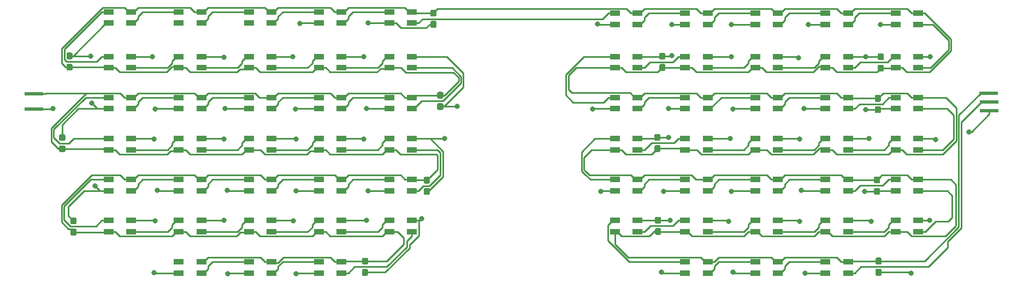
<source format=gbr>
G04 #@! TF.GenerationSoftware,KiCad,Pcbnew,(5.0.1)-3*
G04 #@! TF.CreationDate,2019-10-19T12:43:42+10:30*
G04 #@! TF.ProjectId,LED Glasses v2,4C454420476C61737365732076322E6B,rev?*
G04 #@! TF.SameCoordinates,Original*
G04 #@! TF.FileFunction,Copper,L1,Top,Signal*
G04 #@! TF.FilePolarity,Positive*
%FSLAX46Y46*%
G04 Gerber Fmt 4.6, Leading zero omitted, Abs format (unit mm)*
G04 Created by KiCad (PCBNEW (5.0.1)-3) date 19/10/2019 12:43:42 PM*
%MOMM*%
%LPD*%
G01*
G04 APERTURE LIST*
G04 #@! TA.AperFunction,SMDPad,CuDef*
%ADD10R,1.600000X0.850000*%
G04 #@! TD*
G04 #@! TA.AperFunction,SMDPad,CuDef*
%ADD11R,3.000000X0.600000*%
G04 #@! TD*
G04 #@! TA.AperFunction,Conductor*
%ADD12C,0.100000*%
G04 #@! TD*
G04 #@! TA.AperFunction,SMDPad,CuDef*
%ADD13C,0.950000*%
G04 #@! TD*
G04 #@! TA.AperFunction,ViaPad*
%ADD14C,0.800000*%
G04 #@! TD*
G04 #@! TA.AperFunction,Conductor*
%ADD15C,0.250000*%
G04 #@! TD*
G04 APERTURE END LIST*
D10*
G04 #@! TO.P,D53,1*
G04 #@! TO.N,Net-(D47-Pad3)*
X200500000Y-101225000D03*
G04 #@! TO.P,D53,2*
G04 #@! TO.N,Net-(C1-Pad2)*
X200500000Y-102975000D03*
G04 #@! TO.P,D53,4*
G04 #@! TO.N,Net-(C1-Pad1)*
X204000000Y-101225000D03*
G04 #@! TO.P,D53,3*
G04 #@! TO.N,Net-(D53-Pad3)*
X204000000Y-102975000D03*
G04 #@! TD*
D11*
G04 #@! TO.P,J4,1*
G04 #@! TO.N,Net-(C1-Pad2)*
X236715300Y-103276400D03*
G04 #@! TD*
G04 #@! TO.P,J5,1*
G04 #@! TO.N,Net-(C1-Pad1)*
X236651800Y-100571300D03*
G04 #@! TD*
G04 #@! TO.P,J2,1*
G04 #@! TO.N,Net-(C1-Pad1)*
X88696800Y-100660200D03*
G04 #@! TD*
G04 #@! TO.P,J3,1*
G04 #@! TO.N,Net-(C1-Pad2)*
X88696800Y-103009700D03*
G04 #@! TD*
G04 #@! TO.P,J1,1*
G04 #@! TO.N,Net-(D63-Pad3)*
X236730209Y-101917570D03*
G04 #@! TD*
D10*
G04 #@! TO.P,D51,3*
G04 #@! TO.N,Net-(D51-Pad3)*
X193125000Y-128475000D03*
G04 #@! TO.P,D51,4*
G04 #@! TO.N,Net-(C1-Pad1)*
X193125000Y-126725000D03*
G04 #@! TO.P,D51,2*
G04 #@! TO.N,Net-(C1-Pad2)*
X189625000Y-128475000D03*
G04 #@! TO.P,D51,1*
G04 #@! TO.N,Net-(D45-Pad3)*
X189625000Y-126725000D03*
G04 #@! TD*
D12*
G04 #@! TO.N,Net-(C1-Pad1)*
G04 #@! TO.C,C1*
G36*
X94443979Y-96007544D02*
X94467034Y-96010963D01*
X94489643Y-96016627D01*
X94511587Y-96024479D01*
X94532657Y-96034444D01*
X94552648Y-96046426D01*
X94571368Y-96060310D01*
X94588638Y-96075962D01*
X94604290Y-96093232D01*
X94618174Y-96111952D01*
X94630156Y-96131943D01*
X94640121Y-96153013D01*
X94647973Y-96174957D01*
X94653637Y-96197566D01*
X94657056Y-96220621D01*
X94658200Y-96243900D01*
X94658200Y-96818900D01*
X94657056Y-96842179D01*
X94653637Y-96865234D01*
X94647973Y-96887843D01*
X94640121Y-96909787D01*
X94630156Y-96930857D01*
X94618174Y-96950848D01*
X94604290Y-96969568D01*
X94588638Y-96986838D01*
X94571368Y-97002490D01*
X94552648Y-97016374D01*
X94532657Y-97028356D01*
X94511587Y-97038321D01*
X94489643Y-97046173D01*
X94467034Y-97051837D01*
X94443979Y-97055256D01*
X94420700Y-97056400D01*
X93945700Y-97056400D01*
X93922421Y-97055256D01*
X93899366Y-97051837D01*
X93876757Y-97046173D01*
X93854813Y-97038321D01*
X93833743Y-97028356D01*
X93813752Y-97016374D01*
X93795032Y-97002490D01*
X93777762Y-96986838D01*
X93762110Y-96969568D01*
X93748226Y-96950848D01*
X93736244Y-96930857D01*
X93726279Y-96909787D01*
X93718427Y-96887843D01*
X93712763Y-96865234D01*
X93709344Y-96842179D01*
X93708200Y-96818900D01*
X93708200Y-96243900D01*
X93709344Y-96220621D01*
X93712763Y-96197566D01*
X93718427Y-96174957D01*
X93726279Y-96153013D01*
X93736244Y-96131943D01*
X93748226Y-96111952D01*
X93762110Y-96093232D01*
X93777762Y-96075962D01*
X93795032Y-96060310D01*
X93813752Y-96046426D01*
X93833743Y-96034444D01*
X93854813Y-96024479D01*
X93876757Y-96016627D01*
X93899366Y-96010963D01*
X93922421Y-96007544D01*
X93945700Y-96006400D01*
X94420700Y-96006400D01*
X94443979Y-96007544D01*
X94443979Y-96007544D01*
G37*
D13*
G04 #@! TD*
G04 #@! TO.P,C1,1*
G04 #@! TO.N,Net-(C1-Pad1)*
X94183200Y-96531400D03*
D12*
G04 #@! TO.N,Net-(C1-Pad2)*
G04 #@! TO.C,C1*
G36*
X94443979Y-94257544D02*
X94467034Y-94260963D01*
X94489643Y-94266627D01*
X94511587Y-94274479D01*
X94532657Y-94284444D01*
X94552648Y-94296426D01*
X94571368Y-94310310D01*
X94588638Y-94325962D01*
X94604290Y-94343232D01*
X94618174Y-94361952D01*
X94630156Y-94381943D01*
X94640121Y-94403013D01*
X94647973Y-94424957D01*
X94653637Y-94447566D01*
X94657056Y-94470621D01*
X94658200Y-94493900D01*
X94658200Y-95068900D01*
X94657056Y-95092179D01*
X94653637Y-95115234D01*
X94647973Y-95137843D01*
X94640121Y-95159787D01*
X94630156Y-95180857D01*
X94618174Y-95200848D01*
X94604290Y-95219568D01*
X94588638Y-95236838D01*
X94571368Y-95252490D01*
X94552648Y-95266374D01*
X94532657Y-95278356D01*
X94511587Y-95288321D01*
X94489643Y-95296173D01*
X94467034Y-95301837D01*
X94443979Y-95305256D01*
X94420700Y-95306400D01*
X93945700Y-95306400D01*
X93922421Y-95305256D01*
X93899366Y-95301837D01*
X93876757Y-95296173D01*
X93854813Y-95288321D01*
X93833743Y-95278356D01*
X93813752Y-95266374D01*
X93795032Y-95252490D01*
X93777762Y-95236838D01*
X93762110Y-95219568D01*
X93748226Y-95200848D01*
X93736244Y-95180857D01*
X93726279Y-95159787D01*
X93718427Y-95137843D01*
X93712763Y-95115234D01*
X93709344Y-95092179D01*
X93708200Y-95068900D01*
X93708200Y-94493900D01*
X93709344Y-94470621D01*
X93712763Y-94447566D01*
X93718427Y-94424957D01*
X93726279Y-94403013D01*
X93736244Y-94381943D01*
X93748226Y-94361952D01*
X93762110Y-94343232D01*
X93777762Y-94325962D01*
X93795032Y-94310310D01*
X93813752Y-94296426D01*
X93833743Y-94284444D01*
X93854813Y-94274479D01*
X93876757Y-94266627D01*
X93899366Y-94260963D01*
X93922421Y-94257544D01*
X93945700Y-94256400D01*
X94420700Y-94256400D01*
X94443979Y-94257544D01*
X94443979Y-94257544D01*
G37*
D13*
G04 #@! TD*
G04 #@! TO.P,C1,2*
G04 #@! TO.N,Net-(C1-Pad2)*
X94183200Y-94781400D03*
D12*
G04 #@! TO.N,Net-(C1-Pad2)*
G04 #@! TO.C,C14*
G36*
X220212079Y-94384544D02*
X220235134Y-94387963D01*
X220257743Y-94393627D01*
X220279687Y-94401479D01*
X220300757Y-94411444D01*
X220320748Y-94423426D01*
X220339468Y-94437310D01*
X220356738Y-94452962D01*
X220372390Y-94470232D01*
X220386274Y-94488952D01*
X220398256Y-94508943D01*
X220408221Y-94530013D01*
X220416073Y-94551957D01*
X220421737Y-94574566D01*
X220425156Y-94597621D01*
X220426300Y-94620900D01*
X220426300Y-95195900D01*
X220425156Y-95219179D01*
X220421737Y-95242234D01*
X220416073Y-95264843D01*
X220408221Y-95286787D01*
X220398256Y-95307857D01*
X220386274Y-95327848D01*
X220372390Y-95346568D01*
X220356738Y-95363838D01*
X220339468Y-95379490D01*
X220320748Y-95393374D01*
X220300757Y-95405356D01*
X220279687Y-95415321D01*
X220257743Y-95423173D01*
X220235134Y-95428837D01*
X220212079Y-95432256D01*
X220188800Y-95433400D01*
X219713800Y-95433400D01*
X219690521Y-95432256D01*
X219667466Y-95428837D01*
X219644857Y-95423173D01*
X219622913Y-95415321D01*
X219601843Y-95405356D01*
X219581852Y-95393374D01*
X219563132Y-95379490D01*
X219545862Y-95363838D01*
X219530210Y-95346568D01*
X219516326Y-95327848D01*
X219504344Y-95307857D01*
X219494379Y-95286787D01*
X219486527Y-95264843D01*
X219480863Y-95242234D01*
X219477444Y-95219179D01*
X219476300Y-95195900D01*
X219476300Y-94620900D01*
X219477444Y-94597621D01*
X219480863Y-94574566D01*
X219486527Y-94551957D01*
X219494379Y-94530013D01*
X219504344Y-94508943D01*
X219516326Y-94488952D01*
X219530210Y-94470232D01*
X219545862Y-94452962D01*
X219563132Y-94437310D01*
X219581852Y-94423426D01*
X219601843Y-94411444D01*
X219622913Y-94401479D01*
X219644857Y-94393627D01*
X219667466Y-94387963D01*
X219690521Y-94384544D01*
X219713800Y-94383400D01*
X220188800Y-94383400D01*
X220212079Y-94384544D01*
X220212079Y-94384544D01*
G37*
D13*
G04 #@! TD*
G04 #@! TO.P,C14,2*
G04 #@! TO.N,Net-(C1-Pad2)*
X219951300Y-94908400D03*
D12*
G04 #@! TO.N,Net-(C1-Pad1)*
G04 #@! TO.C,C14*
G36*
X220212079Y-96134544D02*
X220235134Y-96137963D01*
X220257743Y-96143627D01*
X220279687Y-96151479D01*
X220300757Y-96161444D01*
X220320748Y-96173426D01*
X220339468Y-96187310D01*
X220356738Y-96202962D01*
X220372390Y-96220232D01*
X220386274Y-96238952D01*
X220398256Y-96258943D01*
X220408221Y-96280013D01*
X220416073Y-96301957D01*
X220421737Y-96324566D01*
X220425156Y-96347621D01*
X220426300Y-96370900D01*
X220426300Y-96945900D01*
X220425156Y-96969179D01*
X220421737Y-96992234D01*
X220416073Y-97014843D01*
X220408221Y-97036787D01*
X220398256Y-97057857D01*
X220386274Y-97077848D01*
X220372390Y-97096568D01*
X220356738Y-97113838D01*
X220339468Y-97129490D01*
X220320748Y-97143374D01*
X220300757Y-97155356D01*
X220279687Y-97165321D01*
X220257743Y-97173173D01*
X220235134Y-97178837D01*
X220212079Y-97182256D01*
X220188800Y-97183400D01*
X219713800Y-97183400D01*
X219690521Y-97182256D01*
X219667466Y-97178837D01*
X219644857Y-97173173D01*
X219622913Y-97165321D01*
X219601843Y-97155356D01*
X219581852Y-97143374D01*
X219563132Y-97129490D01*
X219545862Y-97113838D01*
X219530210Y-97096568D01*
X219516326Y-97077848D01*
X219504344Y-97057857D01*
X219494379Y-97036787D01*
X219486527Y-97014843D01*
X219480863Y-96992234D01*
X219477444Y-96969179D01*
X219476300Y-96945900D01*
X219476300Y-96370900D01*
X219477444Y-96347621D01*
X219480863Y-96324566D01*
X219486527Y-96301957D01*
X219494379Y-96280013D01*
X219504344Y-96258943D01*
X219516326Y-96238952D01*
X219530210Y-96220232D01*
X219545862Y-96202962D01*
X219563132Y-96187310D01*
X219581852Y-96173426D01*
X219601843Y-96161444D01*
X219622913Y-96151479D01*
X219644857Y-96143627D01*
X219667466Y-96137963D01*
X219690521Y-96134544D01*
X219713800Y-96133400D01*
X220188800Y-96133400D01*
X220212079Y-96134544D01*
X220212079Y-96134544D01*
G37*
D13*
G04 #@! TD*
G04 #@! TO.P,C14,1*
G04 #@! TO.N,Net-(C1-Pad1)*
X219951300Y-96658400D03*
D12*
G04 #@! TO.N,Net-(C1-Pad2)*
G04 #@! TO.C,C13*
G36*
X151924179Y-102104844D02*
X151947234Y-102108263D01*
X151969843Y-102113927D01*
X151991787Y-102121779D01*
X152012857Y-102131744D01*
X152032848Y-102143726D01*
X152051568Y-102157610D01*
X152068838Y-102173262D01*
X152084490Y-102190532D01*
X152098374Y-102209252D01*
X152110356Y-102229243D01*
X152120321Y-102250313D01*
X152128173Y-102272257D01*
X152133837Y-102294866D01*
X152137256Y-102317921D01*
X152138400Y-102341200D01*
X152138400Y-102916200D01*
X152137256Y-102939479D01*
X152133837Y-102962534D01*
X152128173Y-102985143D01*
X152120321Y-103007087D01*
X152110356Y-103028157D01*
X152098374Y-103048148D01*
X152084490Y-103066868D01*
X152068838Y-103084138D01*
X152051568Y-103099790D01*
X152032848Y-103113674D01*
X152012857Y-103125656D01*
X151991787Y-103135621D01*
X151969843Y-103143473D01*
X151947234Y-103149137D01*
X151924179Y-103152556D01*
X151900900Y-103153700D01*
X151425900Y-103153700D01*
X151402621Y-103152556D01*
X151379566Y-103149137D01*
X151356957Y-103143473D01*
X151335013Y-103135621D01*
X151313943Y-103125656D01*
X151293952Y-103113674D01*
X151275232Y-103099790D01*
X151257962Y-103084138D01*
X151242310Y-103066868D01*
X151228426Y-103048148D01*
X151216444Y-103028157D01*
X151206479Y-103007087D01*
X151198627Y-102985143D01*
X151192963Y-102962534D01*
X151189544Y-102939479D01*
X151188400Y-102916200D01*
X151188400Y-102341200D01*
X151189544Y-102317921D01*
X151192963Y-102294866D01*
X151198627Y-102272257D01*
X151206479Y-102250313D01*
X151216444Y-102229243D01*
X151228426Y-102209252D01*
X151242310Y-102190532D01*
X151257962Y-102173262D01*
X151275232Y-102157610D01*
X151293952Y-102143726D01*
X151313943Y-102131744D01*
X151335013Y-102121779D01*
X151356957Y-102113927D01*
X151379566Y-102108263D01*
X151402621Y-102104844D01*
X151425900Y-102103700D01*
X151900900Y-102103700D01*
X151924179Y-102104844D01*
X151924179Y-102104844D01*
G37*
D13*
G04 #@! TD*
G04 #@! TO.P,C13,2*
G04 #@! TO.N,Net-(C1-Pad2)*
X151663400Y-102628700D03*
D12*
G04 #@! TO.N,Net-(C1-Pad1)*
G04 #@! TO.C,C13*
G36*
X151924179Y-100354844D02*
X151947234Y-100358263D01*
X151969843Y-100363927D01*
X151991787Y-100371779D01*
X152012857Y-100381744D01*
X152032848Y-100393726D01*
X152051568Y-100407610D01*
X152068838Y-100423262D01*
X152084490Y-100440532D01*
X152098374Y-100459252D01*
X152110356Y-100479243D01*
X152120321Y-100500313D01*
X152128173Y-100522257D01*
X152133837Y-100544866D01*
X152137256Y-100567921D01*
X152138400Y-100591200D01*
X152138400Y-101166200D01*
X152137256Y-101189479D01*
X152133837Y-101212534D01*
X152128173Y-101235143D01*
X152120321Y-101257087D01*
X152110356Y-101278157D01*
X152098374Y-101298148D01*
X152084490Y-101316868D01*
X152068838Y-101334138D01*
X152051568Y-101349790D01*
X152032848Y-101363674D01*
X152012857Y-101375656D01*
X151991787Y-101385621D01*
X151969843Y-101393473D01*
X151947234Y-101399137D01*
X151924179Y-101402556D01*
X151900900Y-101403700D01*
X151425900Y-101403700D01*
X151402621Y-101402556D01*
X151379566Y-101399137D01*
X151356957Y-101393473D01*
X151335013Y-101385621D01*
X151313943Y-101375656D01*
X151293952Y-101363674D01*
X151275232Y-101349790D01*
X151257962Y-101334138D01*
X151242310Y-101316868D01*
X151228426Y-101298148D01*
X151216444Y-101278157D01*
X151206479Y-101257087D01*
X151198627Y-101235143D01*
X151192963Y-101212534D01*
X151189544Y-101189479D01*
X151188400Y-101166200D01*
X151188400Y-100591200D01*
X151189544Y-100567921D01*
X151192963Y-100544866D01*
X151198627Y-100522257D01*
X151206479Y-100500313D01*
X151216444Y-100479243D01*
X151228426Y-100459252D01*
X151242310Y-100440532D01*
X151257962Y-100423262D01*
X151275232Y-100407610D01*
X151293952Y-100393726D01*
X151313943Y-100381744D01*
X151335013Y-100371779D01*
X151356957Y-100363927D01*
X151379566Y-100358263D01*
X151402621Y-100354844D01*
X151425900Y-100353700D01*
X151900900Y-100353700D01*
X151924179Y-100354844D01*
X151924179Y-100354844D01*
G37*
D13*
G04 #@! TD*
G04 #@! TO.P,C13,1*
G04 #@! TO.N,Net-(C1-Pad1)*
X151663400Y-100878700D03*
D12*
G04 #@! TO.N,Net-(C1-Pad1)*
G04 #@! TO.C,C12*
G36*
X150870079Y-87590044D02*
X150893134Y-87593463D01*
X150915743Y-87599127D01*
X150937687Y-87606979D01*
X150958757Y-87616944D01*
X150978748Y-87628926D01*
X150997468Y-87642810D01*
X151014738Y-87658462D01*
X151030390Y-87675732D01*
X151044274Y-87694452D01*
X151056256Y-87714443D01*
X151066221Y-87735513D01*
X151074073Y-87757457D01*
X151079737Y-87780066D01*
X151083156Y-87803121D01*
X151084300Y-87826400D01*
X151084300Y-88401400D01*
X151083156Y-88424679D01*
X151079737Y-88447734D01*
X151074073Y-88470343D01*
X151066221Y-88492287D01*
X151056256Y-88513357D01*
X151044274Y-88533348D01*
X151030390Y-88552068D01*
X151014738Y-88569338D01*
X150997468Y-88584990D01*
X150978748Y-88598874D01*
X150958757Y-88610856D01*
X150937687Y-88620821D01*
X150915743Y-88628673D01*
X150893134Y-88634337D01*
X150870079Y-88637756D01*
X150846800Y-88638900D01*
X150371800Y-88638900D01*
X150348521Y-88637756D01*
X150325466Y-88634337D01*
X150302857Y-88628673D01*
X150280913Y-88620821D01*
X150259843Y-88610856D01*
X150239852Y-88598874D01*
X150221132Y-88584990D01*
X150203862Y-88569338D01*
X150188210Y-88552068D01*
X150174326Y-88533348D01*
X150162344Y-88513357D01*
X150152379Y-88492287D01*
X150144527Y-88470343D01*
X150138863Y-88447734D01*
X150135444Y-88424679D01*
X150134300Y-88401400D01*
X150134300Y-87826400D01*
X150135444Y-87803121D01*
X150138863Y-87780066D01*
X150144527Y-87757457D01*
X150152379Y-87735513D01*
X150162344Y-87714443D01*
X150174326Y-87694452D01*
X150188210Y-87675732D01*
X150203862Y-87658462D01*
X150221132Y-87642810D01*
X150239852Y-87628926D01*
X150259843Y-87616944D01*
X150280913Y-87606979D01*
X150302857Y-87599127D01*
X150325466Y-87593463D01*
X150348521Y-87590044D01*
X150371800Y-87588900D01*
X150846800Y-87588900D01*
X150870079Y-87590044D01*
X150870079Y-87590044D01*
G37*
D13*
G04 #@! TD*
G04 #@! TO.P,C12,1*
G04 #@! TO.N,Net-(C1-Pad1)*
X150609300Y-88113900D03*
D12*
G04 #@! TO.N,Net-(C1-Pad2)*
G04 #@! TO.C,C12*
G36*
X150870079Y-89340044D02*
X150893134Y-89343463D01*
X150915743Y-89349127D01*
X150937687Y-89356979D01*
X150958757Y-89366944D01*
X150978748Y-89378926D01*
X150997468Y-89392810D01*
X151014738Y-89408462D01*
X151030390Y-89425732D01*
X151044274Y-89444452D01*
X151056256Y-89464443D01*
X151066221Y-89485513D01*
X151074073Y-89507457D01*
X151079737Y-89530066D01*
X151083156Y-89553121D01*
X151084300Y-89576400D01*
X151084300Y-90151400D01*
X151083156Y-90174679D01*
X151079737Y-90197734D01*
X151074073Y-90220343D01*
X151066221Y-90242287D01*
X151056256Y-90263357D01*
X151044274Y-90283348D01*
X151030390Y-90302068D01*
X151014738Y-90319338D01*
X150997468Y-90334990D01*
X150978748Y-90348874D01*
X150958757Y-90360856D01*
X150937687Y-90370821D01*
X150915743Y-90378673D01*
X150893134Y-90384337D01*
X150870079Y-90387756D01*
X150846800Y-90388900D01*
X150371800Y-90388900D01*
X150348521Y-90387756D01*
X150325466Y-90384337D01*
X150302857Y-90378673D01*
X150280913Y-90370821D01*
X150259843Y-90360856D01*
X150239852Y-90348874D01*
X150221132Y-90334990D01*
X150203862Y-90319338D01*
X150188210Y-90302068D01*
X150174326Y-90283348D01*
X150162344Y-90263357D01*
X150152379Y-90242287D01*
X150144527Y-90220343D01*
X150138863Y-90197734D01*
X150135444Y-90174679D01*
X150134300Y-90151400D01*
X150134300Y-89576400D01*
X150135444Y-89553121D01*
X150138863Y-89530066D01*
X150144527Y-89507457D01*
X150152379Y-89485513D01*
X150162344Y-89464443D01*
X150174326Y-89444452D01*
X150188210Y-89425732D01*
X150203862Y-89408462D01*
X150221132Y-89392810D01*
X150239852Y-89378926D01*
X150259843Y-89366944D01*
X150280913Y-89356979D01*
X150302857Y-89349127D01*
X150325466Y-89343463D01*
X150348521Y-89340044D01*
X150371800Y-89338900D01*
X150846800Y-89338900D01*
X150870079Y-89340044D01*
X150870079Y-89340044D01*
G37*
D13*
G04 #@! TD*
G04 #@! TO.P,C12,2*
G04 #@! TO.N,Net-(C1-Pad2)*
X150609300Y-89863900D03*
D12*
G04 #@! TO.N,Net-(C1-Pad1)*
G04 #@! TO.C,C11*
G36*
X219627879Y-113523444D02*
X219650934Y-113526863D01*
X219673543Y-113532527D01*
X219695487Y-113540379D01*
X219716557Y-113550344D01*
X219736548Y-113562326D01*
X219755268Y-113576210D01*
X219772538Y-113591862D01*
X219788190Y-113609132D01*
X219802074Y-113627852D01*
X219814056Y-113647843D01*
X219824021Y-113668913D01*
X219831873Y-113690857D01*
X219837537Y-113713466D01*
X219840956Y-113736521D01*
X219842100Y-113759800D01*
X219842100Y-114334800D01*
X219840956Y-114358079D01*
X219837537Y-114381134D01*
X219831873Y-114403743D01*
X219824021Y-114425687D01*
X219814056Y-114446757D01*
X219802074Y-114466748D01*
X219788190Y-114485468D01*
X219772538Y-114502738D01*
X219755268Y-114518390D01*
X219736548Y-114532274D01*
X219716557Y-114544256D01*
X219695487Y-114554221D01*
X219673543Y-114562073D01*
X219650934Y-114567737D01*
X219627879Y-114571156D01*
X219604600Y-114572300D01*
X219129600Y-114572300D01*
X219106321Y-114571156D01*
X219083266Y-114567737D01*
X219060657Y-114562073D01*
X219038713Y-114554221D01*
X219017643Y-114544256D01*
X218997652Y-114532274D01*
X218978932Y-114518390D01*
X218961662Y-114502738D01*
X218946010Y-114485468D01*
X218932126Y-114466748D01*
X218920144Y-114446757D01*
X218910179Y-114425687D01*
X218902327Y-114403743D01*
X218896663Y-114381134D01*
X218893244Y-114358079D01*
X218892100Y-114334800D01*
X218892100Y-113759800D01*
X218893244Y-113736521D01*
X218896663Y-113713466D01*
X218902327Y-113690857D01*
X218910179Y-113668913D01*
X218920144Y-113647843D01*
X218932126Y-113627852D01*
X218946010Y-113609132D01*
X218961662Y-113591862D01*
X218978932Y-113576210D01*
X218997652Y-113562326D01*
X219017643Y-113550344D01*
X219038713Y-113540379D01*
X219060657Y-113532527D01*
X219083266Y-113526863D01*
X219106321Y-113523444D01*
X219129600Y-113522300D01*
X219604600Y-113522300D01*
X219627879Y-113523444D01*
X219627879Y-113523444D01*
G37*
D13*
G04 #@! TD*
G04 #@! TO.P,C11,1*
G04 #@! TO.N,Net-(C1-Pad1)*
X219367100Y-114047300D03*
D12*
G04 #@! TO.N,Net-(C1-Pad2)*
G04 #@! TO.C,C11*
G36*
X219627879Y-115273444D02*
X219650934Y-115276863D01*
X219673543Y-115282527D01*
X219695487Y-115290379D01*
X219716557Y-115300344D01*
X219736548Y-115312326D01*
X219755268Y-115326210D01*
X219772538Y-115341862D01*
X219788190Y-115359132D01*
X219802074Y-115377852D01*
X219814056Y-115397843D01*
X219824021Y-115418913D01*
X219831873Y-115440857D01*
X219837537Y-115463466D01*
X219840956Y-115486521D01*
X219842100Y-115509800D01*
X219842100Y-116084800D01*
X219840956Y-116108079D01*
X219837537Y-116131134D01*
X219831873Y-116153743D01*
X219824021Y-116175687D01*
X219814056Y-116196757D01*
X219802074Y-116216748D01*
X219788190Y-116235468D01*
X219772538Y-116252738D01*
X219755268Y-116268390D01*
X219736548Y-116282274D01*
X219716557Y-116294256D01*
X219695487Y-116304221D01*
X219673543Y-116312073D01*
X219650934Y-116317737D01*
X219627879Y-116321156D01*
X219604600Y-116322300D01*
X219129600Y-116322300D01*
X219106321Y-116321156D01*
X219083266Y-116317737D01*
X219060657Y-116312073D01*
X219038713Y-116304221D01*
X219017643Y-116294256D01*
X218997652Y-116282274D01*
X218978932Y-116268390D01*
X218961662Y-116252738D01*
X218946010Y-116235468D01*
X218932126Y-116216748D01*
X218920144Y-116196757D01*
X218910179Y-116175687D01*
X218902327Y-116153743D01*
X218896663Y-116131134D01*
X218893244Y-116108079D01*
X218892100Y-116084800D01*
X218892100Y-115509800D01*
X218893244Y-115486521D01*
X218896663Y-115463466D01*
X218902327Y-115440857D01*
X218910179Y-115418913D01*
X218920144Y-115397843D01*
X218932126Y-115377852D01*
X218946010Y-115359132D01*
X218961662Y-115341862D01*
X218978932Y-115326210D01*
X218997652Y-115312326D01*
X219017643Y-115300344D01*
X219038713Y-115290379D01*
X219060657Y-115282527D01*
X219083266Y-115276863D01*
X219106321Y-115273444D01*
X219129600Y-115272300D01*
X219604600Y-115272300D01*
X219627879Y-115273444D01*
X219627879Y-115273444D01*
G37*
D13*
G04 #@! TD*
G04 #@! TO.P,C11,2*
G04 #@! TO.N,Net-(C1-Pad2)*
X219367100Y-115797300D03*
D12*
G04 #@! TO.N,Net-(C1-Pad2)*
G04 #@! TO.C,C10*
G36*
X219754879Y-102598844D02*
X219777934Y-102602263D01*
X219800543Y-102607927D01*
X219822487Y-102615779D01*
X219843557Y-102625744D01*
X219863548Y-102637726D01*
X219882268Y-102651610D01*
X219899538Y-102667262D01*
X219915190Y-102684532D01*
X219929074Y-102703252D01*
X219941056Y-102723243D01*
X219951021Y-102744313D01*
X219958873Y-102766257D01*
X219964537Y-102788866D01*
X219967956Y-102811921D01*
X219969100Y-102835200D01*
X219969100Y-103410200D01*
X219967956Y-103433479D01*
X219964537Y-103456534D01*
X219958873Y-103479143D01*
X219951021Y-103501087D01*
X219941056Y-103522157D01*
X219929074Y-103542148D01*
X219915190Y-103560868D01*
X219899538Y-103578138D01*
X219882268Y-103593790D01*
X219863548Y-103607674D01*
X219843557Y-103619656D01*
X219822487Y-103629621D01*
X219800543Y-103637473D01*
X219777934Y-103643137D01*
X219754879Y-103646556D01*
X219731600Y-103647700D01*
X219256600Y-103647700D01*
X219233321Y-103646556D01*
X219210266Y-103643137D01*
X219187657Y-103637473D01*
X219165713Y-103629621D01*
X219144643Y-103619656D01*
X219124652Y-103607674D01*
X219105932Y-103593790D01*
X219088662Y-103578138D01*
X219073010Y-103560868D01*
X219059126Y-103542148D01*
X219047144Y-103522157D01*
X219037179Y-103501087D01*
X219029327Y-103479143D01*
X219023663Y-103456534D01*
X219020244Y-103433479D01*
X219019100Y-103410200D01*
X219019100Y-102835200D01*
X219020244Y-102811921D01*
X219023663Y-102788866D01*
X219029327Y-102766257D01*
X219037179Y-102744313D01*
X219047144Y-102723243D01*
X219059126Y-102703252D01*
X219073010Y-102684532D01*
X219088662Y-102667262D01*
X219105932Y-102651610D01*
X219124652Y-102637726D01*
X219144643Y-102625744D01*
X219165713Y-102615779D01*
X219187657Y-102607927D01*
X219210266Y-102602263D01*
X219233321Y-102598844D01*
X219256600Y-102597700D01*
X219731600Y-102597700D01*
X219754879Y-102598844D01*
X219754879Y-102598844D01*
G37*
D13*
G04 #@! TD*
G04 #@! TO.P,C10,2*
G04 #@! TO.N,Net-(C1-Pad2)*
X219494100Y-103122700D03*
D12*
G04 #@! TO.N,Net-(C1-Pad1)*
G04 #@! TO.C,C10*
G36*
X219754879Y-100848844D02*
X219777934Y-100852263D01*
X219800543Y-100857927D01*
X219822487Y-100865779D01*
X219843557Y-100875744D01*
X219863548Y-100887726D01*
X219882268Y-100901610D01*
X219899538Y-100917262D01*
X219915190Y-100934532D01*
X219929074Y-100953252D01*
X219941056Y-100973243D01*
X219951021Y-100994313D01*
X219958873Y-101016257D01*
X219964537Y-101038866D01*
X219967956Y-101061921D01*
X219969100Y-101085200D01*
X219969100Y-101660200D01*
X219967956Y-101683479D01*
X219964537Y-101706534D01*
X219958873Y-101729143D01*
X219951021Y-101751087D01*
X219941056Y-101772157D01*
X219929074Y-101792148D01*
X219915190Y-101810868D01*
X219899538Y-101828138D01*
X219882268Y-101843790D01*
X219863548Y-101857674D01*
X219843557Y-101869656D01*
X219822487Y-101879621D01*
X219800543Y-101887473D01*
X219777934Y-101893137D01*
X219754879Y-101896556D01*
X219731600Y-101897700D01*
X219256600Y-101897700D01*
X219233321Y-101896556D01*
X219210266Y-101893137D01*
X219187657Y-101887473D01*
X219165713Y-101879621D01*
X219144643Y-101869656D01*
X219124652Y-101857674D01*
X219105932Y-101843790D01*
X219088662Y-101828138D01*
X219073010Y-101810868D01*
X219059126Y-101792148D01*
X219047144Y-101772157D01*
X219037179Y-101751087D01*
X219029327Y-101729143D01*
X219023663Y-101706534D01*
X219020244Y-101683479D01*
X219019100Y-101660200D01*
X219019100Y-101085200D01*
X219020244Y-101061921D01*
X219023663Y-101038866D01*
X219029327Y-101016257D01*
X219037179Y-100994313D01*
X219047144Y-100973243D01*
X219059126Y-100953252D01*
X219073010Y-100934532D01*
X219088662Y-100917262D01*
X219105932Y-100901610D01*
X219124652Y-100887726D01*
X219144643Y-100875744D01*
X219165713Y-100865779D01*
X219187657Y-100857927D01*
X219210266Y-100852263D01*
X219233321Y-100848844D01*
X219256600Y-100847700D01*
X219731600Y-100847700D01*
X219754879Y-100848844D01*
X219754879Y-100848844D01*
G37*
D13*
G04 #@! TD*
G04 #@! TO.P,C10,1*
G04 #@! TO.N,Net-(C1-Pad1)*
X219494100Y-101372700D03*
D12*
G04 #@! TO.N,Net-(C1-Pad1)*
G04 #@! TO.C,C8*
G36*
X185680779Y-121509144D02*
X185703834Y-121512563D01*
X185726443Y-121518227D01*
X185748387Y-121526079D01*
X185769457Y-121536044D01*
X185789448Y-121548026D01*
X185808168Y-121561910D01*
X185825438Y-121577562D01*
X185841090Y-121594832D01*
X185854974Y-121613552D01*
X185866956Y-121633543D01*
X185876921Y-121654613D01*
X185884773Y-121676557D01*
X185890437Y-121699166D01*
X185893856Y-121722221D01*
X185895000Y-121745500D01*
X185895000Y-122320500D01*
X185893856Y-122343779D01*
X185890437Y-122366834D01*
X185884773Y-122389443D01*
X185876921Y-122411387D01*
X185866956Y-122432457D01*
X185854974Y-122452448D01*
X185841090Y-122471168D01*
X185825438Y-122488438D01*
X185808168Y-122504090D01*
X185789448Y-122517974D01*
X185769457Y-122529956D01*
X185748387Y-122539921D01*
X185726443Y-122547773D01*
X185703834Y-122553437D01*
X185680779Y-122556856D01*
X185657500Y-122558000D01*
X185182500Y-122558000D01*
X185159221Y-122556856D01*
X185136166Y-122553437D01*
X185113557Y-122547773D01*
X185091613Y-122539921D01*
X185070543Y-122529956D01*
X185050552Y-122517974D01*
X185031832Y-122504090D01*
X185014562Y-122488438D01*
X184998910Y-122471168D01*
X184985026Y-122452448D01*
X184973044Y-122432457D01*
X184963079Y-122411387D01*
X184955227Y-122389443D01*
X184949563Y-122366834D01*
X184946144Y-122343779D01*
X184945000Y-122320500D01*
X184945000Y-121745500D01*
X184946144Y-121722221D01*
X184949563Y-121699166D01*
X184955227Y-121676557D01*
X184963079Y-121654613D01*
X184973044Y-121633543D01*
X184985026Y-121613552D01*
X184998910Y-121594832D01*
X185014562Y-121577562D01*
X185031832Y-121561910D01*
X185050552Y-121548026D01*
X185070543Y-121536044D01*
X185091613Y-121526079D01*
X185113557Y-121518227D01*
X185136166Y-121512563D01*
X185159221Y-121509144D01*
X185182500Y-121508000D01*
X185657500Y-121508000D01*
X185680779Y-121509144D01*
X185680779Y-121509144D01*
G37*
D13*
G04 #@! TD*
G04 #@! TO.P,C8,1*
G04 #@! TO.N,Net-(C1-Pad1)*
X185420000Y-122033000D03*
D12*
G04 #@! TO.N,Net-(C1-Pad2)*
G04 #@! TO.C,C8*
G36*
X185680779Y-119759144D02*
X185703834Y-119762563D01*
X185726443Y-119768227D01*
X185748387Y-119776079D01*
X185769457Y-119786044D01*
X185789448Y-119798026D01*
X185808168Y-119811910D01*
X185825438Y-119827562D01*
X185841090Y-119844832D01*
X185854974Y-119863552D01*
X185866956Y-119883543D01*
X185876921Y-119904613D01*
X185884773Y-119926557D01*
X185890437Y-119949166D01*
X185893856Y-119972221D01*
X185895000Y-119995500D01*
X185895000Y-120570500D01*
X185893856Y-120593779D01*
X185890437Y-120616834D01*
X185884773Y-120639443D01*
X185876921Y-120661387D01*
X185866956Y-120682457D01*
X185854974Y-120702448D01*
X185841090Y-120721168D01*
X185825438Y-120738438D01*
X185808168Y-120754090D01*
X185789448Y-120767974D01*
X185769457Y-120779956D01*
X185748387Y-120789921D01*
X185726443Y-120797773D01*
X185703834Y-120803437D01*
X185680779Y-120806856D01*
X185657500Y-120808000D01*
X185182500Y-120808000D01*
X185159221Y-120806856D01*
X185136166Y-120803437D01*
X185113557Y-120797773D01*
X185091613Y-120789921D01*
X185070543Y-120779956D01*
X185050552Y-120767974D01*
X185031832Y-120754090D01*
X185014562Y-120738438D01*
X184998910Y-120721168D01*
X184985026Y-120702448D01*
X184973044Y-120682457D01*
X184963079Y-120661387D01*
X184955227Y-120639443D01*
X184949563Y-120616834D01*
X184946144Y-120593779D01*
X184945000Y-120570500D01*
X184945000Y-119995500D01*
X184946144Y-119972221D01*
X184949563Y-119949166D01*
X184955227Y-119926557D01*
X184963079Y-119904613D01*
X184973044Y-119883543D01*
X184985026Y-119863552D01*
X184998910Y-119844832D01*
X185014562Y-119827562D01*
X185031832Y-119811910D01*
X185050552Y-119798026D01*
X185070543Y-119786044D01*
X185091613Y-119776079D01*
X185113557Y-119768227D01*
X185136166Y-119762563D01*
X185159221Y-119759144D01*
X185182500Y-119758000D01*
X185657500Y-119758000D01*
X185680779Y-119759144D01*
X185680779Y-119759144D01*
G37*
D13*
G04 #@! TD*
G04 #@! TO.P,C8,2*
G04 #@! TO.N,Net-(C1-Pad2)*
X185420000Y-120283000D03*
D12*
G04 #@! TO.N,Net-(C1-Pad2)*
G04 #@! TO.C,C7*
G36*
X185591879Y-106881344D02*
X185614934Y-106884763D01*
X185637543Y-106890427D01*
X185659487Y-106898279D01*
X185680557Y-106908244D01*
X185700548Y-106920226D01*
X185719268Y-106934110D01*
X185736538Y-106949762D01*
X185752190Y-106967032D01*
X185766074Y-106985752D01*
X185778056Y-107005743D01*
X185788021Y-107026813D01*
X185795873Y-107048757D01*
X185801537Y-107071366D01*
X185804956Y-107094421D01*
X185806100Y-107117700D01*
X185806100Y-107692700D01*
X185804956Y-107715979D01*
X185801537Y-107739034D01*
X185795873Y-107761643D01*
X185788021Y-107783587D01*
X185778056Y-107804657D01*
X185766074Y-107824648D01*
X185752190Y-107843368D01*
X185736538Y-107860638D01*
X185719268Y-107876290D01*
X185700548Y-107890174D01*
X185680557Y-107902156D01*
X185659487Y-107912121D01*
X185637543Y-107919973D01*
X185614934Y-107925637D01*
X185591879Y-107929056D01*
X185568600Y-107930200D01*
X185093600Y-107930200D01*
X185070321Y-107929056D01*
X185047266Y-107925637D01*
X185024657Y-107919973D01*
X185002713Y-107912121D01*
X184981643Y-107902156D01*
X184961652Y-107890174D01*
X184942932Y-107876290D01*
X184925662Y-107860638D01*
X184910010Y-107843368D01*
X184896126Y-107824648D01*
X184884144Y-107804657D01*
X184874179Y-107783587D01*
X184866327Y-107761643D01*
X184860663Y-107739034D01*
X184857244Y-107715979D01*
X184856100Y-107692700D01*
X184856100Y-107117700D01*
X184857244Y-107094421D01*
X184860663Y-107071366D01*
X184866327Y-107048757D01*
X184874179Y-107026813D01*
X184884144Y-107005743D01*
X184896126Y-106985752D01*
X184910010Y-106967032D01*
X184925662Y-106949762D01*
X184942932Y-106934110D01*
X184961652Y-106920226D01*
X184981643Y-106908244D01*
X185002713Y-106898279D01*
X185024657Y-106890427D01*
X185047266Y-106884763D01*
X185070321Y-106881344D01*
X185093600Y-106880200D01*
X185568600Y-106880200D01*
X185591879Y-106881344D01*
X185591879Y-106881344D01*
G37*
D13*
G04 #@! TD*
G04 #@! TO.P,C7,2*
G04 #@! TO.N,Net-(C1-Pad2)*
X185331100Y-107405200D03*
D12*
G04 #@! TO.N,Net-(C1-Pad1)*
G04 #@! TO.C,C7*
G36*
X185591879Y-108631344D02*
X185614934Y-108634763D01*
X185637543Y-108640427D01*
X185659487Y-108648279D01*
X185680557Y-108658244D01*
X185700548Y-108670226D01*
X185719268Y-108684110D01*
X185736538Y-108699762D01*
X185752190Y-108717032D01*
X185766074Y-108735752D01*
X185778056Y-108755743D01*
X185788021Y-108776813D01*
X185795873Y-108798757D01*
X185801537Y-108821366D01*
X185804956Y-108844421D01*
X185806100Y-108867700D01*
X185806100Y-109442700D01*
X185804956Y-109465979D01*
X185801537Y-109489034D01*
X185795873Y-109511643D01*
X185788021Y-109533587D01*
X185778056Y-109554657D01*
X185766074Y-109574648D01*
X185752190Y-109593368D01*
X185736538Y-109610638D01*
X185719268Y-109626290D01*
X185700548Y-109640174D01*
X185680557Y-109652156D01*
X185659487Y-109662121D01*
X185637543Y-109669973D01*
X185614934Y-109675637D01*
X185591879Y-109679056D01*
X185568600Y-109680200D01*
X185093600Y-109680200D01*
X185070321Y-109679056D01*
X185047266Y-109675637D01*
X185024657Y-109669973D01*
X185002713Y-109662121D01*
X184981643Y-109652156D01*
X184961652Y-109640174D01*
X184942932Y-109626290D01*
X184925662Y-109610638D01*
X184910010Y-109593368D01*
X184896126Y-109574648D01*
X184884144Y-109554657D01*
X184874179Y-109533587D01*
X184866327Y-109511643D01*
X184860663Y-109489034D01*
X184857244Y-109465979D01*
X184856100Y-109442700D01*
X184856100Y-108867700D01*
X184857244Y-108844421D01*
X184860663Y-108821366D01*
X184866327Y-108798757D01*
X184874179Y-108776813D01*
X184884144Y-108755743D01*
X184896126Y-108735752D01*
X184910010Y-108717032D01*
X184925662Y-108699762D01*
X184942932Y-108684110D01*
X184961652Y-108670226D01*
X184981643Y-108658244D01*
X185002713Y-108648279D01*
X185024657Y-108640427D01*
X185047266Y-108634763D01*
X185070321Y-108631344D01*
X185093600Y-108630200D01*
X185568600Y-108630200D01*
X185591879Y-108631344D01*
X185591879Y-108631344D01*
G37*
D13*
G04 #@! TD*
G04 #@! TO.P,C7,1*
G04 #@! TO.N,Net-(C1-Pad1)*
X185331100Y-109155200D03*
D12*
G04 #@! TO.N,Net-(C1-Pad1)*
G04 #@! TO.C,C6*
G36*
X186366579Y-96032944D02*
X186389634Y-96036363D01*
X186412243Y-96042027D01*
X186434187Y-96049879D01*
X186455257Y-96059844D01*
X186475248Y-96071826D01*
X186493968Y-96085710D01*
X186511238Y-96101362D01*
X186526890Y-96118632D01*
X186540774Y-96137352D01*
X186552756Y-96157343D01*
X186562721Y-96178413D01*
X186570573Y-96200357D01*
X186576237Y-96222966D01*
X186579656Y-96246021D01*
X186580800Y-96269300D01*
X186580800Y-96844300D01*
X186579656Y-96867579D01*
X186576237Y-96890634D01*
X186570573Y-96913243D01*
X186562721Y-96935187D01*
X186552756Y-96956257D01*
X186540774Y-96976248D01*
X186526890Y-96994968D01*
X186511238Y-97012238D01*
X186493968Y-97027890D01*
X186475248Y-97041774D01*
X186455257Y-97053756D01*
X186434187Y-97063721D01*
X186412243Y-97071573D01*
X186389634Y-97077237D01*
X186366579Y-97080656D01*
X186343300Y-97081800D01*
X185868300Y-97081800D01*
X185845021Y-97080656D01*
X185821966Y-97077237D01*
X185799357Y-97071573D01*
X185777413Y-97063721D01*
X185756343Y-97053756D01*
X185736352Y-97041774D01*
X185717632Y-97027890D01*
X185700362Y-97012238D01*
X185684710Y-96994968D01*
X185670826Y-96976248D01*
X185658844Y-96956257D01*
X185648879Y-96935187D01*
X185641027Y-96913243D01*
X185635363Y-96890634D01*
X185631944Y-96867579D01*
X185630800Y-96844300D01*
X185630800Y-96269300D01*
X185631944Y-96246021D01*
X185635363Y-96222966D01*
X185641027Y-96200357D01*
X185648879Y-96178413D01*
X185658844Y-96157343D01*
X185670826Y-96137352D01*
X185684710Y-96118632D01*
X185700362Y-96101362D01*
X185717632Y-96085710D01*
X185736352Y-96071826D01*
X185756343Y-96059844D01*
X185777413Y-96049879D01*
X185799357Y-96042027D01*
X185821966Y-96036363D01*
X185845021Y-96032944D01*
X185868300Y-96031800D01*
X186343300Y-96031800D01*
X186366579Y-96032944D01*
X186366579Y-96032944D01*
G37*
D13*
G04 #@! TD*
G04 #@! TO.P,C6,1*
G04 #@! TO.N,Net-(C1-Pad1)*
X186105800Y-96556800D03*
D12*
G04 #@! TO.N,Net-(C1-Pad2)*
G04 #@! TO.C,C6*
G36*
X186366579Y-94282944D02*
X186389634Y-94286363D01*
X186412243Y-94292027D01*
X186434187Y-94299879D01*
X186455257Y-94309844D01*
X186475248Y-94321826D01*
X186493968Y-94335710D01*
X186511238Y-94351362D01*
X186526890Y-94368632D01*
X186540774Y-94387352D01*
X186552756Y-94407343D01*
X186562721Y-94428413D01*
X186570573Y-94450357D01*
X186576237Y-94472966D01*
X186579656Y-94496021D01*
X186580800Y-94519300D01*
X186580800Y-95094300D01*
X186579656Y-95117579D01*
X186576237Y-95140634D01*
X186570573Y-95163243D01*
X186562721Y-95185187D01*
X186552756Y-95206257D01*
X186540774Y-95226248D01*
X186526890Y-95244968D01*
X186511238Y-95262238D01*
X186493968Y-95277890D01*
X186475248Y-95291774D01*
X186455257Y-95303756D01*
X186434187Y-95313721D01*
X186412243Y-95321573D01*
X186389634Y-95327237D01*
X186366579Y-95330656D01*
X186343300Y-95331800D01*
X185868300Y-95331800D01*
X185845021Y-95330656D01*
X185821966Y-95327237D01*
X185799357Y-95321573D01*
X185777413Y-95313721D01*
X185756343Y-95303756D01*
X185736352Y-95291774D01*
X185717632Y-95277890D01*
X185700362Y-95262238D01*
X185684710Y-95244968D01*
X185670826Y-95226248D01*
X185658844Y-95206257D01*
X185648879Y-95185187D01*
X185641027Y-95163243D01*
X185635363Y-95140634D01*
X185631944Y-95117579D01*
X185630800Y-95094300D01*
X185630800Y-94519300D01*
X185631944Y-94496021D01*
X185635363Y-94472966D01*
X185641027Y-94450357D01*
X185648879Y-94428413D01*
X185658844Y-94407343D01*
X185670826Y-94387352D01*
X185684710Y-94368632D01*
X185700362Y-94351362D01*
X185717632Y-94335710D01*
X185736352Y-94321826D01*
X185756343Y-94309844D01*
X185777413Y-94299879D01*
X185799357Y-94292027D01*
X185821966Y-94286363D01*
X185845021Y-94282944D01*
X185868300Y-94281800D01*
X186343300Y-94281800D01*
X186366579Y-94282944D01*
X186366579Y-94282944D01*
G37*
D13*
G04 #@! TD*
G04 #@! TO.P,C6,2*
G04 #@! TO.N,Net-(C1-Pad2)*
X186105800Y-94806800D03*
D12*
G04 #@! TO.N,Net-(C1-Pad1)*
G04 #@! TO.C,C5*
G36*
X149841379Y-113550144D02*
X149864434Y-113553563D01*
X149887043Y-113559227D01*
X149908987Y-113567079D01*
X149930057Y-113577044D01*
X149950048Y-113589026D01*
X149968768Y-113602910D01*
X149986038Y-113618562D01*
X150001690Y-113635832D01*
X150015574Y-113654552D01*
X150027556Y-113674543D01*
X150037521Y-113695613D01*
X150045373Y-113717557D01*
X150051037Y-113740166D01*
X150054456Y-113763221D01*
X150055600Y-113786500D01*
X150055600Y-114361500D01*
X150054456Y-114384779D01*
X150051037Y-114407834D01*
X150045373Y-114430443D01*
X150037521Y-114452387D01*
X150027556Y-114473457D01*
X150015574Y-114493448D01*
X150001690Y-114512168D01*
X149986038Y-114529438D01*
X149968768Y-114545090D01*
X149950048Y-114558974D01*
X149930057Y-114570956D01*
X149908987Y-114580921D01*
X149887043Y-114588773D01*
X149864434Y-114594437D01*
X149841379Y-114597856D01*
X149818100Y-114599000D01*
X149343100Y-114599000D01*
X149319821Y-114597856D01*
X149296766Y-114594437D01*
X149274157Y-114588773D01*
X149252213Y-114580921D01*
X149231143Y-114570956D01*
X149211152Y-114558974D01*
X149192432Y-114545090D01*
X149175162Y-114529438D01*
X149159510Y-114512168D01*
X149145626Y-114493448D01*
X149133644Y-114473457D01*
X149123679Y-114452387D01*
X149115827Y-114430443D01*
X149110163Y-114407834D01*
X149106744Y-114384779D01*
X149105600Y-114361500D01*
X149105600Y-113786500D01*
X149106744Y-113763221D01*
X149110163Y-113740166D01*
X149115827Y-113717557D01*
X149123679Y-113695613D01*
X149133644Y-113674543D01*
X149145626Y-113654552D01*
X149159510Y-113635832D01*
X149175162Y-113618562D01*
X149192432Y-113602910D01*
X149211152Y-113589026D01*
X149231143Y-113577044D01*
X149252213Y-113567079D01*
X149274157Y-113559227D01*
X149296766Y-113553563D01*
X149319821Y-113550144D01*
X149343100Y-113549000D01*
X149818100Y-113549000D01*
X149841379Y-113550144D01*
X149841379Y-113550144D01*
G37*
D13*
G04 #@! TD*
G04 #@! TO.P,C5,1*
G04 #@! TO.N,Net-(C1-Pad1)*
X149580600Y-114074000D03*
D12*
G04 #@! TO.N,Net-(C1-Pad2)*
G04 #@! TO.C,C5*
G36*
X149841379Y-115300144D02*
X149864434Y-115303563D01*
X149887043Y-115309227D01*
X149908987Y-115317079D01*
X149930057Y-115327044D01*
X149950048Y-115339026D01*
X149968768Y-115352910D01*
X149986038Y-115368562D01*
X150001690Y-115385832D01*
X150015574Y-115404552D01*
X150027556Y-115424543D01*
X150037521Y-115445613D01*
X150045373Y-115467557D01*
X150051037Y-115490166D01*
X150054456Y-115513221D01*
X150055600Y-115536500D01*
X150055600Y-116111500D01*
X150054456Y-116134779D01*
X150051037Y-116157834D01*
X150045373Y-116180443D01*
X150037521Y-116202387D01*
X150027556Y-116223457D01*
X150015574Y-116243448D01*
X150001690Y-116262168D01*
X149986038Y-116279438D01*
X149968768Y-116295090D01*
X149950048Y-116308974D01*
X149930057Y-116320956D01*
X149908987Y-116330921D01*
X149887043Y-116338773D01*
X149864434Y-116344437D01*
X149841379Y-116347856D01*
X149818100Y-116349000D01*
X149343100Y-116349000D01*
X149319821Y-116347856D01*
X149296766Y-116344437D01*
X149274157Y-116338773D01*
X149252213Y-116330921D01*
X149231143Y-116320956D01*
X149211152Y-116308974D01*
X149192432Y-116295090D01*
X149175162Y-116279438D01*
X149159510Y-116262168D01*
X149145626Y-116243448D01*
X149133644Y-116223457D01*
X149123679Y-116202387D01*
X149115827Y-116180443D01*
X149110163Y-116157834D01*
X149106744Y-116134779D01*
X149105600Y-116111500D01*
X149105600Y-115536500D01*
X149106744Y-115513221D01*
X149110163Y-115490166D01*
X149115827Y-115467557D01*
X149123679Y-115445613D01*
X149133644Y-115424543D01*
X149145626Y-115404552D01*
X149159510Y-115385832D01*
X149175162Y-115368562D01*
X149192432Y-115352910D01*
X149211152Y-115339026D01*
X149231143Y-115327044D01*
X149252213Y-115317079D01*
X149274157Y-115309227D01*
X149296766Y-115303563D01*
X149319821Y-115300144D01*
X149343100Y-115299000D01*
X149818100Y-115299000D01*
X149841379Y-115300144D01*
X149841379Y-115300144D01*
G37*
D13*
G04 #@! TD*
G04 #@! TO.P,C5,2*
G04 #@! TO.N,Net-(C1-Pad2)*
X149580600Y-115824000D03*
D12*
G04 #@! TO.N,Net-(C1-Pad2)*
G04 #@! TO.C,C4*
G36*
X140252879Y-127859144D02*
X140275934Y-127862563D01*
X140298543Y-127868227D01*
X140320487Y-127876079D01*
X140341557Y-127886044D01*
X140361548Y-127898026D01*
X140380268Y-127911910D01*
X140397538Y-127927562D01*
X140413190Y-127944832D01*
X140427074Y-127963552D01*
X140439056Y-127983543D01*
X140449021Y-128004613D01*
X140456873Y-128026557D01*
X140462537Y-128049166D01*
X140465956Y-128072221D01*
X140467100Y-128095500D01*
X140467100Y-128670500D01*
X140465956Y-128693779D01*
X140462537Y-128716834D01*
X140456873Y-128739443D01*
X140449021Y-128761387D01*
X140439056Y-128782457D01*
X140427074Y-128802448D01*
X140413190Y-128821168D01*
X140397538Y-128838438D01*
X140380268Y-128854090D01*
X140361548Y-128867974D01*
X140341557Y-128879956D01*
X140320487Y-128889921D01*
X140298543Y-128897773D01*
X140275934Y-128903437D01*
X140252879Y-128906856D01*
X140229600Y-128908000D01*
X139754600Y-128908000D01*
X139731321Y-128906856D01*
X139708266Y-128903437D01*
X139685657Y-128897773D01*
X139663713Y-128889921D01*
X139642643Y-128879956D01*
X139622652Y-128867974D01*
X139603932Y-128854090D01*
X139586662Y-128838438D01*
X139571010Y-128821168D01*
X139557126Y-128802448D01*
X139545144Y-128782457D01*
X139535179Y-128761387D01*
X139527327Y-128739443D01*
X139521663Y-128716834D01*
X139518244Y-128693779D01*
X139517100Y-128670500D01*
X139517100Y-128095500D01*
X139518244Y-128072221D01*
X139521663Y-128049166D01*
X139527327Y-128026557D01*
X139535179Y-128004613D01*
X139545144Y-127983543D01*
X139557126Y-127963552D01*
X139571010Y-127944832D01*
X139586662Y-127927562D01*
X139603932Y-127911910D01*
X139622652Y-127898026D01*
X139642643Y-127886044D01*
X139663713Y-127876079D01*
X139685657Y-127868227D01*
X139708266Y-127862563D01*
X139731321Y-127859144D01*
X139754600Y-127858000D01*
X140229600Y-127858000D01*
X140252879Y-127859144D01*
X140252879Y-127859144D01*
G37*
D13*
G04 #@! TD*
G04 #@! TO.P,C4,2*
G04 #@! TO.N,Net-(C1-Pad2)*
X139992100Y-128383000D03*
D12*
G04 #@! TO.N,Net-(C1-Pad1)*
G04 #@! TO.C,C4*
G36*
X140252879Y-126109144D02*
X140275934Y-126112563D01*
X140298543Y-126118227D01*
X140320487Y-126126079D01*
X140341557Y-126136044D01*
X140361548Y-126148026D01*
X140380268Y-126161910D01*
X140397538Y-126177562D01*
X140413190Y-126194832D01*
X140427074Y-126213552D01*
X140439056Y-126233543D01*
X140449021Y-126254613D01*
X140456873Y-126276557D01*
X140462537Y-126299166D01*
X140465956Y-126322221D01*
X140467100Y-126345500D01*
X140467100Y-126920500D01*
X140465956Y-126943779D01*
X140462537Y-126966834D01*
X140456873Y-126989443D01*
X140449021Y-127011387D01*
X140439056Y-127032457D01*
X140427074Y-127052448D01*
X140413190Y-127071168D01*
X140397538Y-127088438D01*
X140380268Y-127104090D01*
X140361548Y-127117974D01*
X140341557Y-127129956D01*
X140320487Y-127139921D01*
X140298543Y-127147773D01*
X140275934Y-127153437D01*
X140252879Y-127156856D01*
X140229600Y-127158000D01*
X139754600Y-127158000D01*
X139731321Y-127156856D01*
X139708266Y-127153437D01*
X139685657Y-127147773D01*
X139663713Y-127139921D01*
X139642643Y-127129956D01*
X139622652Y-127117974D01*
X139603932Y-127104090D01*
X139586662Y-127088438D01*
X139571010Y-127071168D01*
X139557126Y-127052448D01*
X139545144Y-127032457D01*
X139535179Y-127011387D01*
X139527327Y-126989443D01*
X139521663Y-126966834D01*
X139518244Y-126943779D01*
X139517100Y-126920500D01*
X139517100Y-126345500D01*
X139518244Y-126322221D01*
X139521663Y-126299166D01*
X139527327Y-126276557D01*
X139535179Y-126254613D01*
X139545144Y-126233543D01*
X139557126Y-126213552D01*
X139571010Y-126194832D01*
X139586662Y-126177562D01*
X139603932Y-126161910D01*
X139622652Y-126148026D01*
X139642643Y-126136044D01*
X139663713Y-126126079D01*
X139685657Y-126118227D01*
X139708266Y-126112563D01*
X139731321Y-126109144D01*
X139754600Y-126108000D01*
X140229600Y-126108000D01*
X140252879Y-126109144D01*
X140252879Y-126109144D01*
G37*
D13*
G04 #@! TD*
G04 #@! TO.P,C4,1*
G04 #@! TO.N,Net-(C1-Pad1)*
X139992100Y-126633000D03*
D12*
G04 #@! TO.N,Net-(C1-Pad2)*
G04 #@! TO.C,C3*
G36*
X95078979Y-119849344D02*
X95102034Y-119852763D01*
X95124643Y-119858427D01*
X95146587Y-119866279D01*
X95167657Y-119876244D01*
X95187648Y-119888226D01*
X95206368Y-119902110D01*
X95223638Y-119917762D01*
X95239290Y-119935032D01*
X95253174Y-119953752D01*
X95265156Y-119973743D01*
X95275121Y-119994813D01*
X95282973Y-120016757D01*
X95288637Y-120039366D01*
X95292056Y-120062421D01*
X95293200Y-120085700D01*
X95293200Y-120660700D01*
X95292056Y-120683979D01*
X95288637Y-120707034D01*
X95282973Y-120729643D01*
X95275121Y-120751587D01*
X95265156Y-120772657D01*
X95253174Y-120792648D01*
X95239290Y-120811368D01*
X95223638Y-120828638D01*
X95206368Y-120844290D01*
X95187648Y-120858174D01*
X95167657Y-120870156D01*
X95146587Y-120880121D01*
X95124643Y-120887973D01*
X95102034Y-120893637D01*
X95078979Y-120897056D01*
X95055700Y-120898200D01*
X94580700Y-120898200D01*
X94557421Y-120897056D01*
X94534366Y-120893637D01*
X94511757Y-120887973D01*
X94489813Y-120880121D01*
X94468743Y-120870156D01*
X94448752Y-120858174D01*
X94430032Y-120844290D01*
X94412762Y-120828638D01*
X94397110Y-120811368D01*
X94383226Y-120792648D01*
X94371244Y-120772657D01*
X94361279Y-120751587D01*
X94353427Y-120729643D01*
X94347763Y-120707034D01*
X94344344Y-120683979D01*
X94343200Y-120660700D01*
X94343200Y-120085700D01*
X94344344Y-120062421D01*
X94347763Y-120039366D01*
X94353427Y-120016757D01*
X94361279Y-119994813D01*
X94371244Y-119973743D01*
X94383226Y-119953752D01*
X94397110Y-119935032D01*
X94412762Y-119917762D01*
X94430032Y-119902110D01*
X94448752Y-119888226D01*
X94468743Y-119876244D01*
X94489813Y-119866279D01*
X94511757Y-119858427D01*
X94534366Y-119852763D01*
X94557421Y-119849344D01*
X94580700Y-119848200D01*
X95055700Y-119848200D01*
X95078979Y-119849344D01*
X95078979Y-119849344D01*
G37*
D13*
G04 #@! TD*
G04 #@! TO.P,C3,2*
G04 #@! TO.N,Net-(C1-Pad2)*
X94818200Y-120373200D03*
D12*
G04 #@! TO.N,Net-(C1-Pad1)*
G04 #@! TO.C,C3*
G36*
X95078979Y-121599344D02*
X95102034Y-121602763D01*
X95124643Y-121608427D01*
X95146587Y-121616279D01*
X95167657Y-121626244D01*
X95187648Y-121638226D01*
X95206368Y-121652110D01*
X95223638Y-121667762D01*
X95239290Y-121685032D01*
X95253174Y-121703752D01*
X95265156Y-121723743D01*
X95275121Y-121744813D01*
X95282973Y-121766757D01*
X95288637Y-121789366D01*
X95292056Y-121812421D01*
X95293200Y-121835700D01*
X95293200Y-122410700D01*
X95292056Y-122433979D01*
X95288637Y-122457034D01*
X95282973Y-122479643D01*
X95275121Y-122501587D01*
X95265156Y-122522657D01*
X95253174Y-122542648D01*
X95239290Y-122561368D01*
X95223638Y-122578638D01*
X95206368Y-122594290D01*
X95187648Y-122608174D01*
X95167657Y-122620156D01*
X95146587Y-122630121D01*
X95124643Y-122637973D01*
X95102034Y-122643637D01*
X95078979Y-122647056D01*
X95055700Y-122648200D01*
X94580700Y-122648200D01*
X94557421Y-122647056D01*
X94534366Y-122643637D01*
X94511757Y-122637973D01*
X94489813Y-122630121D01*
X94468743Y-122620156D01*
X94448752Y-122608174D01*
X94430032Y-122594290D01*
X94412762Y-122578638D01*
X94397110Y-122561368D01*
X94383226Y-122542648D01*
X94371244Y-122522657D01*
X94361279Y-122501587D01*
X94353427Y-122479643D01*
X94347763Y-122457034D01*
X94344344Y-122433979D01*
X94343200Y-122410700D01*
X94343200Y-121835700D01*
X94344344Y-121812421D01*
X94347763Y-121789366D01*
X94353427Y-121766757D01*
X94361279Y-121744813D01*
X94371244Y-121723743D01*
X94383226Y-121703752D01*
X94397110Y-121685032D01*
X94412762Y-121667762D01*
X94430032Y-121652110D01*
X94448752Y-121638226D01*
X94468743Y-121626244D01*
X94489813Y-121616279D01*
X94511757Y-121608427D01*
X94534366Y-121602763D01*
X94557421Y-121599344D01*
X94580700Y-121598200D01*
X95055700Y-121598200D01*
X95078979Y-121599344D01*
X95078979Y-121599344D01*
G37*
D13*
G04 #@! TD*
G04 #@! TO.P,C3,1*
G04 #@! TO.N,Net-(C1-Pad1)*
X94818200Y-122123200D03*
D12*
G04 #@! TO.N,Net-(C1-Pad1)*
G04 #@! TO.C,C2*
G36*
X93326379Y-108669444D02*
X93349434Y-108672863D01*
X93372043Y-108678527D01*
X93393987Y-108686379D01*
X93415057Y-108696344D01*
X93435048Y-108708326D01*
X93453768Y-108722210D01*
X93471038Y-108737862D01*
X93486690Y-108755132D01*
X93500574Y-108773852D01*
X93512556Y-108793843D01*
X93522521Y-108814913D01*
X93530373Y-108836857D01*
X93536037Y-108859466D01*
X93539456Y-108882521D01*
X93540600Y-108905800D01*
X93540600Y-109480800D01*
X93539456Y-109504079D01*
X93536037Y-109527134D01*
X93530373Y-109549743D01*
X93522521Y-109571687D01*
X93512556Y-109592757D01*
X93500574Y-109612748D01*
X93486690Y-109631468D01*
X93471038Y-109648738D01*
X93453768Y-109664390D01*
X93435048Y-109678274D01*
X93415057Y-109690256D01*
X93393987Y-109700221D01*
X93372043Y-109708073D01*
X93349434Y-109713737D01*
X93326379Y-109717156D01*
X93303100Y-109718300D01*
X92828100Y-109718300D01*
X92804821Y-109717156D01*
X92781766Y-109713737D01*
X92759157Y-109708073D01*
X92737213Y-109700221D01*
X92716143Y-109690256D01*
X92696152Y-109678274D01*
X92677432Y-109664390D01*
X92660162Y-109648738D01*
X92644510Y-109631468D01*
X92630626Y-109612748D01*
X92618644Y-109592757D01*
X92608679Y-109571687D01*
X92600827Y-109549743D01*
X92595163Y-109527134D01*
X92591744Y-109504079D01*
X92590600Y-109480800D01*
X92590600Y-108905800D01*
X92591744Y-108882521D01*
X92595163Y-108859466D01*
X92600827Y-108836857D01*
X92608679Y-108814913D01*
X92618644Y-108793843D01*
X92630626Y-108773852D01*
X92644510Y-108755132D01*
X92660162Y-108737862D01*
X92677432Y-108722210D01*
X92696152Y-108708326D01*
X92716143Y-108696344D01*
X92737213Y-108686379D01*
X92759157Y-108678527D01*
X92781766Y-108672863D01*
X92804821Y-108669444D01*
X92828100Y-108668300D01*
X93303100Y-108668300D01*
X93326379Y-108669444D01*
X93326379Y-108669444D01*
G37*
D13*
G04 #@! TD*
G04 #@! TO.P,C2,1*
G04 #@! TO.N,Net-(C1-Pad1)*
X93065600Y-109193300D03*
D12*
G04 #@! TO.N,Net-(C1-Pad2)*
G04 #@! TO.C,C2*
G36*
X93326379Y-106919444D02*
X93349434Y-106922863D01*
X93372043Y-106928527D01*
X93393987Y-106936379D01*
X93415057Y-106946344D01*
X93435048Y-106958326D01*
X93453768Y-106972210D01*
X93471038Y-106987862D01*
X93486690Y-107005132D01*
X93500574Y-107023852D01*
X93512556Y-107043843D01*
X93522521Y-107064913D01*
X93530373Y-107086857D01*
X93536037Y-107109466D01*
X93539456Y-107132521D01*
X93540600Y-107155800D01*
X93540600Y-107730800D01*
X93539456Y-107754079D01*
X93536037Y-107777134D01*
X93530373Y-107799743D01*
X93522521Y-107821687D01*
X93512556Y-107842757D01*
X93500574Y-107862748D01*
X93486690Y-107881468D01*
X93471038Y-107898738D01*
X93453768Y-107914390D01*
X93435048Y-107928274D01*
X93415057Y-107940256D01*
X93393987Y-107950221D01*
X93372043Y-107958073D01*
X93349434Y-107963737D01*
X93326379Y-107967156D01*
X93303100Y-107968300D01*
X92828100Y-107968300D01*
X92804821Y-107967156D01*
X92781766Y-107963737D01*
X92759157Y-107958073D01*
X92737213Y-107950221D01*
X92716143Y-107940256D01*
X92696152Y-107928274D01*
X92677432Y-107914390D01*
X92660162Y-107898738D01*
X92644510Y-107881468D01*
X92630626Y-107862748D01*
X92618644Y-107842757D01*
X92608679Y-107821687D01*
X92600827Y-107799743D01*
X92595163Y-107777134D01*
X92591744Y-107754079D01*
X92590600Y-107730800D01*
X92590600Y-107155800D01*
X92591744Y-107132521D01*
X92595163Y-107109466D01*
X92600827Y-107086857D01*
X92608679Y-107064913D01*
X92618644Y-107043843D01*
X92630626Y-107023852D01*
X92644510Y-107005132D01*
X92660162Y-106987862D01*
X92677432Y-106972210D01*
X92696152Y-106958326D01*
X92716143Y-106946344D01*
X92737213Y-106936379D01*
X92759157Y-106928527D01*
X92781766Y-106922863D01*
X92804821Y-106919444D01*
X92828100Y-106918300D01*
X93303100Y-106918300D01*
X93326379Y-106919444D01*
X93326379Y-106919444D01*
G37*
D13*
G04 #@! TD*
G04 #@! TO.P,C2,2*
G04 #@! TO.N,Net-(C1-Pad2)*
X93065600Y-107443300D03*
D12*
G04 #@! TO.N,Net-(C1-Pad1)*
G04 #@! TO.C,C9*
G36*
X219869179Y-126096444D02*
X219892234Y-126099863D01*
X219914843Y-126105527D01*
X219936787Y-126113379D01*
X219957857Y-126123344D01*
X219977848Y-126135326D01*
X219996568Y-126149210D01*
X220013838Y-126164862D01*
X220029490Y-126182132D01*
X220043374Y-126200852D01*
X220055356Y-126220843D01*
X220065321Y-126241913D01*
X220073173Y-126263857D01*
X220078837Y-126286466D01*
X220082256Y-126309521D01*
X220083400Y-126332800D01*
X220083400Y-126907800D01*
X220082256Y-126931079D01*
X220078837Y-126954134D01*
X220073173Y-126976743D01*
X220065321Y-126998687D01*
X220055356Y-127019757D01*
X220043374Y-127039748D01*
X220029490Y-127058468D01*
X220013838Y-127075738D01*
X219996568Y-127091390D01*
X219977848Y-127105274D01*
X219957857Y-127117256D01*
X219936787Y-127127221D01*
X219914843Y-127135073D01*
X219892234Y-127140737D01*
X219869179Y-127144156D01*
X219845900Y-127145300D01*
X219370900Y-127145300D01*
X219347621Y-127144156D01*
X219324566Y-127140737D01*
X219301957Y-127135073D01*
X219280013Y-127127221D01*
X219258943Y-127117256D01*
X219238952Y-127105274D01*
X219220232Y-127091390D01*
X219202962Y-127075738D01*
X219187310Y-127058468D01*
X219173426Y-127039748D01*
X219161444Y-127019757D01*
X219151479Y-126998687D01*
X219143627Y-126976743D01*
X219137963Y-126954134D01*
X219134544Y-126931079D01*
X219133400Y-126907800D01*
X219133400Y-126332800D01*
X219134544Y-126309521D01*
X219137963Y-126286466D01*
X219143627Y-126263857D01*
X219151479Y-126241913D01*
X219161444Y-126220843D01*
X219173426Y-126200852D01*
X219187310Y-126182132D01*
X219202962Y-126164862D01*
X219220232Y-126149210D01*
X219238952Y-126135326D01*
X219258943Y-126123344D01*
X219280013Y-126113379D01*
X219301957Y-126105527D01*
X219324566Y-126099863D01*
X219347621Y-126096444D01*
X219370900Y-126095300D01*
X219845900Y-126095300D01*
X219869179Y-126096444D01*
X219869179Y-126096444D01*
G37*
D13*
G04 #@! TD*
G04 #@! TO.P,C9,1*
G04 #@! TO.N,Net-(C1-Pad1)*
X219608400Y-126620300D03*
D12*
G04 #@! TO.N,Net-(C1-Pad2)*
G04 #@! TO.C,C9*
G36*
X219869179Y-127846444D02*
X219892234Y-127849863D01*
X219914843Y-127855527D01*
X219936787Y-127863379D01*
X219957857Y-127873344D01*
X219977848Y-127885326D01*
X219996568Y-127899210D01*
X220013838Y-127914862D01*
X220029490Y-127932132D01*
X220043374Y-127950852D01*
X220055356Y-127970843D01*
X220065321Y-127991913D01*
X220073173Y-128013857D01*
X220078837Y-128036466D01*
X220082256Y-128059521D01*
X220083400Y-128082800D01*
X220083400Y-128657800D01*
X220082256Y-128681079D01*
X220078837Y-128704134D01*
X220073173Y-128726743D01*
X220065321Y-128748687D01*
X220055356Y-128769757D01*
X220043374Y-128789748D01*
X220029490Y-128808468D01*
X220013838Y-128825738D01*
X219996568Y-128841390D01*
X219977848Y-128855274D01*
X219957857Y-128867256D01*
X219936787Y-128877221D01*
X219914843Y-128885073D01*
X219892234Y-128890737D01*
X219869179Y-128894156D01*
X219845900Y-128895300D01*
X219370900Y-128895300D01*
X219347621Y-128894156D01*
X219324566Y-128890737D01*
X219301957Y-128885073D01*
X219280013Y-128877221D01*
X219258943Y-128867256D01*
X219238952Y-128855274D01*
X219220232Y-128841390D01*
X219202962Y-128825738D01*
X219187310Y-128808468D01*
X219173426Y-128789748D01*
X219161444Y-128769757D01*
X219151479Y-128748687D01*
X219143627Y-128726743D01*
X219137963Y-128704134D01*
X219134544Y-128681079D01*
X219133400Y-128657800D01*
X219133400Y-128082800D01*
X219134544Y-128059521D01*
X219137963Y-128036466D01*
X219143627Y-128013857D01*
X219151479Y-127991913D01*
X219161444Y-127970843D01*
X219173426Y-127950852D01*
X219187310Y-127932132D01*
X219202962Y-127914862D01*
X219220232Y-127899210D01*
X219238952Y-127885326D01*
X219258943Y-127873344D01*
X219280013Y-127863379D01*
X219301957Y-127855527D01*
X219324566Y-127849863D01*
X219347621Y-127846444D01*
X219370900Y-127845300D01*
X219845900Y-127845300D01*
X219869179Y-127846444D01*
X219869179Y-127846444D01*
G37*
D13*
G04 #@! TD*
G04 #@! TO.P,C9,2*
G04 #@! TO.N,Net-(C1-Pad2)*
X219608400Y-128370300D03*
D10*
G04 #@! TO.P,D1,3*
G04 #@! TO.N,Net-(D1-Pad3)*
X103750000Y-89681144D03*
G04 #@! TO.P,D1,4*
G04 #@! TO.N,Net-(C1-Pad1)*
X103750000Y-87931144D03*
G04 #@! TO.P,D1,2*
G04 #@! TO.N,Net-(C1-Pad2)*
X100250000Y-89681144D03*
G04 #@! TO.P,D1,1*
G04 #@! TO.N,Net-(D1-Pad1)*
X100250000Y-87931144D03*
G04 #@! TD*
G04 #@! TO.P,D2,1*
G04 #@! TO.N,Net-(D1-Pad3)*
X111125000Y-87931144D03*
G04 #@! TO.P,D2,2*
G04 #@! TO.N,Net-(C1-Pad2)*
X111125000Y-89681144D03*
G04 #@! TO.P,D2,4*
G04 #@! TO.N,Net-(C1-Pad1)*
X114625000Y-87931144D03*
G04 #@! TO.P,D2,3*
G04 #@! TO.N,Net-(D2-Pad3)*
X114625000Y-89681144D03*
G04 #@! TD*
G04 #@! TO.P,D3,3*
G04 #@! TO.N,Net-(D3-Pad3)*
X125500000Y-89681144D03*
G04 #@! TO.P,D3,4*
G04 #@! TO.N,Net-(C1-Pad1)*
X125500000Y-87931144D03*
G04 #@! TO.P,D3,2*
G04 #@! TO.N,Net-(C1-Pad2)*
X122000000Y-89681144D03*
G04 #@! TO.P,D3,1*
G04 #@! TO.N,Net-(D2-Pad3)*
X122000000Y-87931144D03*
G04 #@! TD*
G04 #@! TO.P,D4,1*
G04 #@! TO.N,Net-(D3-Pad3)*
X132875000Y-87931144D03*
G04 #@! TO.P,D4,2*
G04 #@! TO.N,Net-(C1-Pad2)*
X132875000Y-89681144D03*
G04 #@! TO.P,D4,4*
G04 #@! TO.N,Net-(C1-Pad1)*
X136375000Y-87931144D03*
G04 #@! TO.P,D4,3*
G04 #@! TO.N,Net-(D33-Pad1)*
X136375000Y-89681144D03*
G04 #@! TD*
G04 #@! TO.P,D5,3*
G04 #@! TO.N,Net-(D1-Pad1)*
X100250000Y-94865000D03*
G04 #@! TO.P,D5,4*
G04 #@! TO.N,Net-(C1-Pad1)*
X100250000Y-96615000D03*
G04 #@! TO.P,D5,2*
G04 #@! TO.N,Net-(C1-Pad2)*
X103750000Y-94865000D03*
G04 #@! TO.P,D5,1*
G04 #@! TO.N,Net-(D10-Pad3)*
X103750000Y-96615000D03*
G04 #@! TD*
G04 #@! TO.P,D6,1*
G04 #@! TO.N,Net-(D6-Pad1)*
X100250000Y-101225000D03*
G04 #@! TO.P,D6,2*
G04 #@! TO.N,Net-(C1-Pad2)*
X100250000Y-102975000D03*
G04 #@! TO.P,D6,4*
G04 #@! TO.N,Net-(C1-Pad1)*
X103750000Y-101225000D03*
G04 #@! TO.P,D6,3*
G04 #@! TO.N,Net-(D11-Pad1)*
X103750000Y-102975000D03*
G04 #@! TD*
G04 #@! TO.P,D7,1*
G04 #@! TO.N,Net-(D12-Pad3)*
X103750000Y-109355000D03*
G04 #@! TO.P,D7,2*
G04 #@! TO.N,Net-(C1-Pad2)*
X103750000Y-107605000D03*
G04 #@! TO.P,D7,4*
G04 #@! TO.N,Net-(C1-Pad1)*
X100250000Y-109355000D03*
G04 #@! TO.P,D7,3*
G04 #@! TO.N,Net-(D6-Pad1)*
X100250000Y-107605000D03*
G04 #@! TD*
G04 #@! TO.P,D8,1*
G04 #@! TO.N,Net-(D8-Pad1)*
X100250000Y-113975000D03*
G04 #@! TO.P,D8,2*
G04 #@! TO.N,Net-(C1-Pad2)*
X100250000Y-115725000D03*
G04 #@! TO.P,D8,4*
G04 #@! TO.N,Net-(C1-Pad1)*
X103750000Y-113975000D03*
G04 #@! TO.P,D8,3*
G04 #@! TO.N,Net-(D13-Pad1)*
X103750000Y-115725000D03*
G04 #@! TD*
G04 #@! TO.P,D9,3*
G04 #@! TO.N,Net-(D8-Pad1)*
X100250000Y-120325000D03*
G04 #@! TO.P,D9,4*
G04 #@! TO.N,Net-(C1-Pad1)*
X100250000Y-122075000D03*
G04 #@! TO.P,D9,2*
G04 #@! TO.N,Net-(C1-Pad2)*
X103750000Y-120325000D03*
G04 #@! TO.P,D9,1*
G04 #@! TO.N,Net-(D14-Pad3)*
X103750000Y-122075000D03*
G04 #@! TD*
G04 #@! TO.P,D10,1*
G04 #@! TO.N,Net-(D10-Pad1)*
X114625000Y-96615000D03*
G04 #@! TO.P,D10,2*
G04 #@! TO.N,Net-(C1-Pad2)*
X114625000Y-94865000D03*
G04 #@! TO.P,D10,4*
G04 #@! TO.N,Net-(C1-Pad1)*
X111125000Y-96615000D03*
G04 #@! TO.P,D10,3*
G04 #@! TO.N,Net-(D10-Pad3)*
X111125000Y-94865000D03*
G04 #@! TD*
G04 #@! TO.P,D11,3*
G04 #@! TO.N,Net-(D11-Pad3)*
X114625000Y-102975000D03*
G04 #@! TO.P,D11,4*
G04 #@! TO.N,Net-(C1-Pad1)*
X114625000Y-101225000D03*
G04 #@! TO.P,D11,2*
G04 #@! TO.N,Net-(C1-Pad2)*
X111125000Y-102975000D03*
G04 #@! TO.P,D11,1*
G04 #@! TO.N,Net-(D11-Pad1)*
X111125000Y-101225000D03*
G04 #@! TD*
G04 #@! TO.P,D12,3*
G04 #@! TO.N,Net-(D12-Pad3)*
X111125000Y-107605000D03*
G04 #@! TO.P,D12,4*
G04 #@! TO.N,Net-(C1-Pad1)*
X111125000Y-109355000D03*
G04 #@! TO.P,D12,2*
G04 #@! TO.N,Net-(C1-Pad2)*
X114625000Y-107605000D03*
G04 #@! TO.P,D12,1*
G04 #@! TO.N,Net-(D12-Pad1)*
X114625000Y-109355000D03*
G04 #@! TD*
G04 #@! TO.P,D13,3*
G04 #@! TO.N,Net-(D13-Pad3)*
X114625000Y-115725000D03*
G04 #@! TO.P,D13,4*
G04 #@! TO.N,Net-(C1-Pad1)*
X114625000Y-113975000D03*
G04 #@! TO.P,D13,2*
G04 #@! TO.N,Net-(C1-Pad2)*
X111125000Y-115725000D03*
G04 #@! TO.P,D13,1*
G04 #@! TO.N,Net-(D13-Pad1)*
X111125000Y-113975000D03*
G04 #@! TD*
G04 #@! TO.P,D14,1*
G04 #@! TO.N,Net-(D14-Pad1)*
X114625000Y-122075000D03*
G04 #@! TO.P,D14,2*
G04 #@! TO.N,Net-(C1-Pad2)*
X114625000Y-120325000D03*
G04 #@! TO.P,D14,4*
G04 #@! TO.N,Net-(C1-Pad1)*
X111125000Y-122075000D03*
G04 #@! TO.P,D14,3*
G04 #@! TO.N,Net-(D14-Pad3)*
X111125000Y-120325000D03*
G04 #@! TD*
G04 #@! TO.P,D15,3*
G04 #@! TO.N,Net-(D15-Pad3)*
X114625000Y-128475000D03*
G04 #@! TO.P,D15,4*
G04 #@! TO.N,Net-(C1-Pad1)*
X114625000Y-126725000D03*
G04 #@! TO.P,D15,2*
G04 #@! TO.N,Net-(C1-Pad2)*
X111125000Y-128475000D03*
G04 #@! TO.P,D15,1*
G04 #@! TO.N,Net-(D15-Pad1)*
X111125000Y-126725000D03*
G04 #@! TD*
G04 #@! TO.P,D16,3*
G04 #@! TO.N,Net-(D10-Pad1)*
X122000000Y-94865000D03*
G04 #@! TO.P,D16,4*
G04 #@! TO.N,Net-(C1-Pad1)*
X122000000Y-96615000D03*
G04 #@! TO.P,D16,2*
G04 #@! TO.N,Net-(C1-Pad2)*
X125500000Y-94865000D03*
G04 #@! TO.P,D16,1*
G04 #@! TO.N,Net-(D16-Pad1)*
X125500000Y-96615000D03*
G04 #@! TD*
G04 #@! TO.P,D17,1*
G04 #@! TO.N,Net-(D11-Pad3)*
X122000000Y-101225000D03*
G04 #@! TO.P,D17,2*
G04 #@! TO.N,Net-(C1-Pad2)*
X122000000Y-102975000D03*
G04 #@! TO.P,D17,4*
G04 #@! TO.N,Net-(C1-Pad1)*
X125500000Y-101225000D03*
G04 #@! TO.P,D17,3*
G04 #@! TO.N,Net-(D17-Pad3)*
X125500000Y-102975000D03*
G04 #@! TD*
G04 #@! TO.P,D18,1*
G04 #@! TO.N,Net-(D18-Pad1)*
X125500000Y-109355000D03*
G04 #@! TO.P,D18,2*
G04 #@! TO.N,Net-(C1-Pad2)*
X125500000Y-107605000D03*
G04 #@! TO.P,D18,4*
G04 #@! TO.N,Net-(C1-Pad1)*
X122000000Y-109355000D03*
G04 #@! TO.P,D18,3*
G04 #@! TO.N,Net-(D12-Pad1)*
X122000000Y-107605000D03*
G04 #@! TD*
G04 #@! TO.P,D19,1*
G04 #@! TO.N,Net-(D13-Pad3)*
X122000000Y-113975000D03*
G04 #@! TO.P,D19,2*
G04 #@! TO.N,Net-(C1-Pad2)*
X122000000Y-115725000D03*
G04 #@! TO.P,D19,4*
G04 #@! TO.N,Net-(C1-Pad1)*
X125500000Y-113975000D03*
G04 #@! TO.P,D19,3*
G04 #@! TO.N,Net-(D19-Pad3)*
X125500000Y-115725000D03*
G04 #@! TD*
G04 #@! TO.P,D20,1*
G04 #@! TO.N,Net-(D20-Pad1)*
X125500000Y-122075000D03*
G04 #@! TO.P,D20,2*
G04 #@! TO.N,Net-(C1-Pad2)*
X125500000Y-120325000D03*
G04 #@! TO.P,D20,4*
G04 #@! TO.N,Net-(C1-Pad1)*
X122000000Y-122075000D03*
G04 #@! TO.P,D20,3*
G04 #@! TO.N,Net-(D14-Pad1)*
X122000000Y-120325000D03*
G04 #@! TD*
G04 #@! TO.P,D21,1*
G04 #@! TO.N,Net-(D15-Pad3)*
X122000000Y-126725000D03*
G04 #@! TO.P,D21,2*
G04 #@! TO.N,Net-(C1-Pad2)*
X122000000Y-128475000D03*
G04 #@! TO.P,D21,4*
G04 #@! TO.N,Net-(C1-Pad1)*
X125500000Y-126725000D03*
G04 #@! TO.P,D21,3*
G04 #@! TO.N,Net-(D21-Pad3)*
X125500000Y-128475000D03*
G04 #@! TD*
G04 #@! TO.P,D22,3*
G04 #@! TO.N,Net-(D16-Pad1)*
X132875000Y-94865000D03*
G04 #@! TO.P,D22,4*
G04 #@! TO.N,Net-(C1-Pad1)*
X132875000Y-96615000D03*
G04 #@! TO.P,D22,2*
G04 #@! TO.N,Net-(C1-Pad2)*
X136375000Y-94865000D03*
G04 #@! TO.P,D22,1*
G04 #@! TO.N,Net-(D22-Pad1)*
X136375000Y-96615000D03*
G04 #@! TD*
G04 #@! TO.P,D23,3*
G04 #@! TO.N,Net-(D23-Pad3)*
X136375000Y-102975000D03*
G04 #@! TO.P,D23,4*
G04 #@! TO.N,Net-(C1-Pad1)*
X136375000Y-101225000D03*
G04 #@! TO.P,D23,2*
G04 #@! TO.N,Net-(C1-Pad2)*
X132875000Y-102975000D03*
G04 #@! TO.P,D23,1*
G04 #@! TO.N,Net-(D17-Pad3)*
X132875000Y-101225000D03*
G04 #@! TD*
G04 #@! TO.P,D24,3*
G04 #@! TO.N,Net-(D18-Pad1)*
X132875000Y-107605000D03*
G04 #@! TO.P,D24,4*
G04 #@! TO.N,Net-(C1-Pad1)*
X132875000Y-109355000D03*
G04 #@! TO.P,D24,2*
G04 #@! TO.N,Net-(C1-Pad2)*
X136375000Y-107605000D03*
G04 #@! TO.P,D24,1*
G04 #@! TO.N,Net-(D24-Pad1)*
X136375000Y-109355000D03*
G04 #@! TD*
G04 #@! TO.P,D25,3*
G04 #@! TO.N,Net-(D25-Pad3)*
X136375000Y-115725000D03*
G04 #@! TO.P,D25,4*
G04 #@! TO.N,Net-(C1-Pad1)*
X136375000Y-113975000D03*
G04 #@! TO.P,D25,2*
G04 #@! TO.N,Net-(C1-Pad2)*
X132875000Y-115725000D03*
G04 #@! TO.P,D25,1*
G04 #@! TO.N,Net-(D19-Pad3)*
X132875000Y-113975000D03*
G04 #@! TD*
G04 #@! TO.P,D26,3*
G04 #@! TO.N,Net-(D20-Pad1)*
X132875000Y-120325000D03*
G04 #@! TO.P,D26,4*
G04 #@! TO.N,Net-(C1-Pad1)*
X132875000Y-122075000D03*
G04 #@! TO.P,D26,2*
G04 #@! TO.N,Net-(C1-Pad2)*
X136375000Y-120325000D03*
G04 #@! TO.P,D26,1*
G04 #@! TO.N,Net-(D26-Pad1)*
X136375000Y-122075000D03*
G04 #@! TD*
G04 #@! TO.P,D27,3*
G04 #@! TO.N,Net-(D27-Pad3)*
X136375000Y-128475000D03*
G04 #@! TO.P,D27,4*
G04 #@! TO.N,Net-(C1-Pad1)*
X136375000Y-126725000D03*
G04 #@! TO.P,D27,2*
G04 #@! TO.N,Net-(C1-Pad2)*
X132875000Y-128475000D03*
G04 #@! TO.P,D27,1*
G04 #@! TO.N,Net-(D21-Pad3)*
X132875000Y-126725000D03*
G04 #@! TD*
G04 #@! TO.P,D28,3*
G04 #@! TO.N,Net-(D22-Pad1)*
X143750000Y-94865000D03*
G04 #@! TO.P,D28,4*
G04 #@! TO.N,Net-(C1-Pad1)*
X143750000Y-96615000D03*
G04 #@! TO.P,D28,2*
G04 #@! TO.N,Net-(C1-Pad2)*
X147250000Y-94865000D03*
G04 #@! TO.P,D28,1*
G04 #@! TO.N,Net-(D28-Pad1)*
X147250000Y-96615000D03*
G04 #@! TD*
G04 #@! TO.P,D29,1*
G04 #@! TO.N,Net-(D23-Pad3)*
X143750000Y-101225000D03*
G04 #@! TO.P,D29,2*
G04 #@! TO.N,Net-(C1-Pad2)*
X143750000Y-102975000D03*
G04 #@! TO.P,D29,4*
G04 #@! TO.N,Net-(C1-Pad1)*
X147250000Y-101225000D03*
G04 #@! TO.P,D29,3*
G04 #@! TO.N,Net-(D28-Pad1)*
X147250000Y-102975000D03*
G04 #@! TD*
G04 #@! TO.P,D30,1*
G04 #@! TO.N,Net-(D30-Pad1)*
X147250000Y-109355000D03*
G04 #@! TO.P,D30,2*
G04 #@! TO.N,Net-(C1-Pad2)*
X147250000Y-107605000D03*
G04 #@! TO.P,D30,4*
G04 #@! TO.N,Net-(C1-Pad1)*
X143750000Y-109355000D03*
G04 #@! TO.P,D30,3*
G04 #@! TO.N,Net-(D24-Pad1)*
X143750000Y-107605000D03*
G04 #@! TD*
G04 #@! TO.P,D31,1*
G04 #@! TO.N,Net-(D25-Pad3)*
X143750000Y-113975000D03*
G04 #@! TO.P,D31,2*
G04 #@! TO.N,Net-(C1-Pad2)*
X143750000Y-115725000D03*
G04 #@! TO.P,D31,4*
G04 #@! TO.N,Net-(C1-Pad1)*
X147250000Y-113975000D03*
G04 #@! TO.P,D31,3*
G04 #@! TO.N,Net-(D30-Pad1)*
X147250000Y-115725000D03*
G04 #@! TD*
G04 #@! TO.P,D32,1*
G04 #@! TO.N,Net-(D27-Pad3)*
X147250000Y-122075000D03*
G04 #@! TO.P,D32,2*
G04 #@! TO.N,Net-(C1-Pad2)*
X147250000Y-120325000D03*
G04 #@! TO.P,D32,4*
G04 #@! TO.N,Net-(C1-Pad1)*
X143750000Y-122075000D03*
G04 #@! TO.P,D32,3*
G04 #@! TO.N,Net-(D26-Pad1)*
X143750000Y-120325000D03*
G04 #@! TD*
G04 #@! TO.P,D33,3*
G04 #@! TO.N,Net-(D33-Pad3)*
X147250000Y-89681144D03*
G04 #@! TO.P,D33,4*
G04 #@! TO.N,Net-(C1-Pad1)*
X147250000Y-87931144D03*
G04 #@! TO.P,D33,2*
G04 #@! TO.N,Net-(C1-Pad2)*
X143750000Y-89681144D03*
G04 #@! TO.P,D33,1*
G04 #@! TO.N,Net-(D33-Pad1)*
X143750000Y-87931144D03*
G04 #@! TD*
G04 #@! TO.P,D34,1*
G04 #@! TO.N,Net-(D33-Pad3)*
X178750000Y-88125000D03*
G04 #@! TO.P,D34,2*
G04 #@! TO.N,Net-(C1-Pad2)*
X178750000Y-89875000D03*
G04 #@! TO.P,D34,4*
G04 #@! TO.N,Net-(C1-Pad1)*
X182250000Y-88125000D03*
G04 #@! TO.P,D34,3*
G04 #@! TO.N,Net-(D34-Pad3)*
X182250000Y-89875000D03*
G04 #@! TD*
G04 #@! TO.P,D35,3*
G04 #@! TO.N,Net-(D35-Pad3)*
X193125000Y-89875000D03*
G04 #@! TO.P,D35,4*
G04 #@! TO.N,Net-(C1-Pad1)*
X193125000Y-88125000D03*
G04 #@! TO.P,D35,2*
G04 #@! TO.N,Net-(C1-Pad2)*
X189625000Y-89875000D03*
G04 #@! TO.P,D35,1*
G04 #@! TO.N,Net-(D34-Pad3)*
X189625000Y-88125000D03*
G04 #@! TD*
G04 #@! TO.P,D36,1*
G04 #@! TO.N,Net-(D35-Pad3)*
X200500000Y-88125000D03*
G04 #@! TO.P,D36,2*
G04 #@! TO.N,Net-(C1-Pad2)*
X200500000Y-89875000D03*
G04 #@! TO.P,D36,4*
G04 #@! TO.N,Net-(C1-Pad1)*
X204000000Y-88125000D03*
G04 #@! TO.P,D36,3*
G04 #@! TO.N,Net-(D36-Pad3)*
X204000000Y-89875000D03*
G04 #@! TD*
G04 #@! TO.P,D37,3*
G04 #@! TO.N,Net-(D37-Pad3)*
X214875000Y-89875000D03*
G04 #@! TO.P,D37,4*
G04 #@! TO.N,Net-(C1-Pad1)*
X214875000Y-88125000D03*
G04 #@! TO.P,D37,2*
G04 #@! TO.N,Net-(C1-Pad2)*
X211375000Y-89875000D03*
G04 #@! TO.P,D37,1*
G04 #@! TO.N,Net-(D36-Pad3)*
X211375000Y-88125000D03*
G04 #@! TD*
G04 #@! TO.P,D38,1*
G04 #@! TO.N,Net-(D37-Pad3)*
X222250000Y-88125000D03*
G04 #@! TO.P,D38,2*
G04 #@! TO.N,Net-(C1-Pad2)*
X222250000Y-89875000D03*
G04 #@! TO.P,D38,4*
G04 #@! TO.N,Net-(C1-Pad1)*
X225750000Y-88125000D03*
G04 #@! TO.P,D38,3*
G04 #@! TO.N,Net-(D38-Pad3)*
X225750000Y-89875000D03*
G04 #@! TD*
G04 #@! TO.P,D41,3*
G04 #@! TO.N,Net-(D41-Pad3)*
X178750000Y-94865000D03*
G04 #@! TO.P,D41,4*
G04 #@! TO.N,Net-(C1-Pad1)*
X178750000Y-96615000D03*
G04 #@! TO.P,D41,2*
G04 #@! TO.N,Net-(C1-Pad2)*
X182250000Y-94865000D03*
G04 #@! TO.P,D41,1*
G04 #@! TO.N,Net-(D41-Pad1)*
X182250000Y-96615000D03*
G04 #@! TD*
G04 #@! TO.P,D42,1*
G04 #@! TO.N,Net-(D41-Pad3)*
X178750000Y-101225000D03*
G04 #@! TO.P,D42,2*
G04 #@! TO.N,Net-(C1-Pad2)*
X178750000Y-102975000D03*
G04 #@! TO.P,D42,4*
G04 #@! TO.N,Net-(C1-Pad1)*
X182250000Y-101225000D03*
G04 #@! TO.P,D42,3*
G04 #@! TO.N,Net-(D42-Pad3)*
X182250000Y-102975000D03*
G04 #@! TD*
G04 #@! TO.P,D43,3*
G04 #@! TO.N,Net-(D43-Pad3)*
X178750000Y-107605000D03*
G04 #@! TO.P,D43,4*
G04 #@! TO.N,Net-(C1-Pad1)*
X178750000Y-109355000D03*
G04 #@! TO.P,D43,2*
G04 #@! TO.N,Net-(C1-Pad2)*
X182250000Y-107605000D03*
G04 #@! TO.P,D43,1*
G04 #@! TO.N,Net-(D43-Pad1)*
X182250000Y-109355000D03*
G04 #@! TD*
G04 #@! TO.P,D44,1*
G04 #@! TO.N,Net-(D43-Pad3)*
X178750000Y-113975000D03*
G04 #@! TO.P,D44,2*
G04 #@! TO.N,Net-(C1-Pad2)*
X178750000Y-115725000D03*
G04 #@! TO.P,D44,4*
G04 #@! TO.N,Net-(C1-Pad1)*
X182250000Y-113975000D03*
G04 #@! TO.P,D44,3*
G04 #@! TO.N,Net-(D44-Pad3)*
X182250000Y-115725000D03*
G04 #@! TD*
G04 #@! TO.P,D45,1*
G04 #@! TO.N,Net-(D45-Pad1)*
X182250000Y-122075000D03*
G04 #@! TO.P,D45,2*
G04 #@! TO.N,Net-(C1-Pad2)*
X182250000Y-120325000D03*
G04 #@! TO.P,D45,4*
G04 #@! TO.N,Net-(C1-Pad1)*
X178750000Y-122075000D03*
G04 #@! TO.P,D45,3*
G04 #@! TO.N,Net-(D45-Pad3)*
X178750000Y-120325000D03*
G04 #@! TD*
G04 #@! TO.P,D46,1*
G04 #@! TO.N,Net-(D46-Pad1)*
X193125000Y-96615000D03*
G04 #@! TO.P,D46,2*
G04 #@! TO.N,Net-(C1-Pad2)*
X193125000Y-94865000D03*
G04 #@! TO.P,D46,4*
G04 #@! TO.N,Net-(C1-Pad1)*
X189625000Y-96615000D03*
G04 #@! TO.P,D46,3*
G04 #@! TO.N,Net-(D41-Pad1)*
X189625000Y-94865000D03*
G04 #@! TD*
G04 #@! TO.P,D47,3*
G04 #@! TO.N,Net-(D47-Pad3)*
X193125000Y-102975000D03*
G04 #@! TO.P,D47,4*
G04 #@! TO.N,Net-(C1-Pad1)*
X193125000Y-101225000D03*
G04 #@! TO.P,D47,2*
G04 #@! TO.N,Net-(C1-Pad2)*
X189625000Y-102975000D03*
G04 #@! TO.P,D47,1*
G04 #@! TO.N,Net-(D42-Pad3)*
X189625000Y-101225000D03*
G04 #@! TD*
G04 #@! TO.P,D48,3*
G04 #@! TO.N,Net-(D43-Pad1)*
X189625000Y-107605000D03*
G04 #@! TO.P,D48,4*
G04 #@! TO.N,Net-(C1-Pad1)*
X189625000Y-109355000D03*
G04 #@! TO.P,D48,2*
G04 #@! TO.N,Net-(C1-Pad2)*
X193125000Y-107605000D03*
G04 #@! TO.P,D48,1*
G04 #@! TO.N,Net-(D48-Pad1)*
X193125000Y-109355000D03*
G04 #@! TD*
G04 #@! TO.P,D49,1*
G04 #@! TO.N,Net-(D44-Pad3)*
X189625000Y-113975000D03*
G04 #@! TO.P,D49,2*
G04 #@! TO.N,Net-(C1-Pad2)*
X189625000Y-115725000D03*
G04 #@! TO.P,D49,4*
G04 #@! TO.N,Net-(C1-Pad1)*
X193125000Y-113975000D03*
G04 #@! TO.P,D49,3*
G04 #@! TO.N,Net-(D49-Pad3)*
X193125000Y-115725000D03*
G04 #@! TD*
G04 #@! TO.P,D50,1*
G04 #@! TO.N,Net-(D50-Pad1)*
X193125000Y-122075000D03*
G04 #@! TO.P,D50,2*
G04 #@! TO.N,Net-(C1-Pad2)*
X193125000Y-120325000D03*
G04 #@! TO.P,D50,4*
G04 #@! TO.N,Net-(C1-Pad1)*
X189625000Y-122075000D03*
G04 #@! TO.P,D50,3*
G04 #@! TO.N,Net-(D45-Pad1)*
X189625000Y-120325000D03*
G04 #@! TD*
G04 #@! TO.P,D52,3*
G04 #@! TO.N,Net-(D46-Pad1)*
X200500000Y-94865000D03*
G04 #@! TO.P,D52,4*
G04 #@! TO.N,Net-(C1-Pad1)*
X200500000Y-96615000D03*
G04 #@! TO.P,D52,2*
G04 #@! TO.N,Net-(C1-Pad2)*
X204000000Y-94865000D03*
G04 #@! TO.P,D52,1*
G04 #@! TO.N,Net-(D52-Pad1)*
X204000000Y-96615000D03*
G04 #@! TD*
G04 #@! TO.P,D54,3*
G04 #@! TO.N,Net-(D48-Pad1)*
X200500000Y-107605000D03*
G04 #@! TO.P,D54,4*
G04 #@! TO.N,Net-(C1-Pad1)*
X200500000Y-109355000D03*
G04 #@! TO.P,D54,2*
G04 #@! TO.N,Net-(C1-Pad2)*
X204000000Y-107605000D03*
G04 #@! TO.P,D54,1*
G04 #@! TO.N,Net-(D54-Pad1)*
X204000000Y-109355000D03*
G04 #@! TD*
G04 #@! TO.P,D55,3*
G04 #@! TO.N,Net-(D55-Pad3)*
X204000000Y-115725000D03*
G04 #@! TO.P,D55,4*
G04 #@! TO.N,Net-(C1-Pad1)*
X204000000Y-113975000D03*
G04 #@! TO.P,D55,2*
G04 #@! TO.N,Net-(C1-Pad2)*
X200500000Y-115725000D03*
G04 #@! TO.P,D55,1*
G04 #@! TO.N,Net-(D49-Pad3)*
X200500000Y-113975000D03*
G04 #@! TD*
G04 #@! TO.P,D56,1*
G04 #@! TO.N,Net-(D56-Pad1)*
X204000000Y-122075000D03*
G04 #@! TO.P,D56,2*
G04 #@! TO.N,Net-(C1-Pad2)*
X204000000Y-120325000D03*
G04 #@! TO.P,D56,4*
G04 #@! TO.N,Net-(C1-Pad1)*
X200500000Y-122075000D03*
G04 #@! TO.P,D56,3*
G04 #@! TO.N,Net-(D50-Pad1)*
X200500000Y-120325000D03*
G04 #@! TD*
G04 #@! TO.P,D57,1*
G04 #@! TO.N,Net-(D51-Pad3)*
X200500000Y-126725000D03*
G04 #@! TO.P,D57,2*
G04 #@! TO.N,Net-(C1-Pad2)*
X200500000Y-128475000D03*
G04 #@! TO.P,D57,4*
G04 #@! TO.N,Net-(C1-Pad1)*
X204000000Y-126725000D03*
G04 #@! TO.P,D57,3*
G04 #@! TO.N,Net-(D57-Pad3)*
X204000000Y-128475000D03*
G04 #@! TD*
G04 #@! TO.P,D58,1*
G04 #@! TO.N,Net-(D58-Pad1)*
X214875000Y-96615000D03*
G04 #@! TO.P,D58,2*
G04 #@! TO.N,Net-(C1-Pad2)*
X214875000Y-94865000D03*
G04 #@! TO.P,D58,4*
G04 #@! TO.N,Net-(C1-Pad1)*
X211375000Y-96615000D03*
G04 #@! TO.P,D58,3*
G04 #@! TO.N,Net-(D52-Pad1)*
X211375000Y-94865000D03*
G04 #@! TD*
G04 #@! TO.P,D59,3*
G04 #@! TO.N,Net-(D59-Pad3)*
X214875000Y-102975000D03*
G04 #@! TO.P,D59,4*
G04 #@! TO.N,Net-(C1-Pad1)*
X214875000Y-101225000D03*
G04 #@! TO.P,D59,2*
G04 #@! TO.N,Net-(C1-Pad2)*
X211375000Y-102975000D03*
G04 #@! TO.P,D59,1*
G04 #@! TO.N,Net-(D53-Pad3)*
X211375000Y-101225000D03*
G04 #@! TD*
G04 #@! TO.P,D60,1*
G04 #@! TO.N,Net-(D60-Pad1)*
X214875000Y-109355000D03*
G04 #@! TO.P,D60,2*
G04 #@! TO.N,Net-(C1-Pad2)*
X214875000Y-107605000D03*
G04 #@! TO.P,D60,4*
G04 #@! TO.N,Net-(C1-Pad1)*
X211375000Y-109355000D03*
G04 #@! TO.P,D60,3*
G04 #@! TO.N,Net-(D54-Pad1)*
X211375000Y-107605000D03*
G04 #@! TD*
G04 #@! TO.P,D61,3*
G04 #@! TO.N,Net-(D61-Pad3)*
X214875000Y-115725000D03*
G04 #@! TO.P,D61,4*
G04 #@! TO.N,Net-(C1-Pad1)*
X214875000Y-113975000D03*
G04 #@! TO.P,D61,2*
G04 #@! TO.N,Net-(C1-Pad2)*
X211375000Y-115725000D03*
G04 #@! TO.P,D61,1*
G04 #@! TO.N,Net-(D55-Pad3)*
X211375000Y-113975000D03*
G04 #@! TD*
G04 #@! TO.P,D62,1*
G04 #@! TO.N,Net-(D62-Pad1)*
X214875000Y-122075000D03*
G04 #@! TO.P,D62,2*
G04 #@! TO.N,Net-(C1-Pad2)*
X214875000Y-120325000D03*
G04 #@! TO.P,D62,4*
G04 #@! TO.N,Net-(C1-Pad1)*
X211375000Y-122075000D03*
G04 #@! TO.P,D62,3*
G04 #@! TO.N,Net-(D56-Pad1)*
X211375000Y-120325000D03*
G04 #@! TD*
G04 #@! TO.P,D63,3*
G04 #@! TO.N,Net-(D63-Pad3)*
X214875000Y-128475000D03*
G04 #@! TO.P,D63,4*
G04 #@! TO.N,Net-(C1-Pad1)*
X214875000Y-126725000D03*
G04 #@! TO.P,D63,2*
G04 #@! TO.N,Net-(C1-Pad2)*
X211375000Y-128475000D03*
G04 #@! TO.P,D63,1*
G04 #@! TO.N,Net-(D57-Pad3)*
X211375000Y-126725000D03*
G04 #@! TD*
G04 #@! TO.P,D64,3*
G04 #@! TO.N,Net-(D58-Pad1)*
X222250000Y-94865000D03*
G04 #@! TO.P,D64,4*
G04 #@! TO.N,Net-(C1-Pad1)*
X222250000Y-96615000D03*
G04 #@! TO.P,D64,2*
G04 #@! TO.N,Net-(C1-Pad2)*
X225750000Y-94865000D03*
G04 #@! TO.P,D64,1*
G04 #@! TO.N,Net-(D38-Pad3)*
X225750000Y-96615000D03*
G04 #@! TD*
G04 #@! TO.P,D65,1*
G04 #@! TO.N,Net-(D59-Pad3)*
X222250000Y-101225000D03*
G04 #@! TO.P,D65,2*
G04 #@! TO.N,Net-(C1-Pad2)*
X222250000Y-102975000D03*
G04 #@! TO.P,D65,4*
G04 #@! TO.N,Net-(C1-Pad1)*
X225750000Y-101225000D03*
G04 #@! TO.P,D65,3*
G04 #@! TO.N,Net-(D65-Pad3)*
X225750000Y-102975000D03*
G04 #@! TD*
G04 #@! TO.P,D66,3*
G04 #@! TO.N,Net-(D60-Pad1)*
X222250000Y-107605000D03*
G04 #@! TO.P,D66,4*
G04 #@! TO.N,Net-(C1-Pad1)*
X222250000Y-109355000D03*
G04 #@! TO.P,D66,2*
G04 #@! TO.N,Net-(C1-Pad2)*
X225750000Y-107605000D03*
G04 #@! TO.P,D66,1*
G04 #@! TO.N,Net-(D65-Pad3)*
X225750000Y-109355000D03*
G04 #@! TD*
G04 #@! TO.P,D67,1*
G04 #@! TO.N,Net-(D61-Pad3)*
X222250000Y-113975000D03*
G04 #@! TO.P,D67,2*
G04 #@! TO.N,Net-(C1-Pad2)*
X222250000Y-115725000D03*
G04 #@! TO.P,D67,4*
G04 #@! TO.N,Net-(C1-Pad1)*
X225750000Y-113975000D03*
G04 #@! TO.P,D67,3*
G04 #@! TO.N,Net-(D67-Pad3)*
X225750000Y-115725000D03*
G04 #@! TD*
G04 #@! TO.P,D68,3*
G04 #@! TO.N,Net-(D62-Pad1)*
X222250000Y-120325000D03*
G04 #@! TO.P,D68,4*
G04 #@! TO.N,Net-(C1-Pad1)*
X222250000Y-122075000D03*
G04 #@! TO.P,D68,2*
G04 #@! TO.N,Net-(C1-Pad2)*
X225750000Y-120325000D03*
G04 #@! TO.P,D68,1*
G04 #@! TO.N,Net-(D67-Pad3)*
X225750000Y-122075000D03*
G04 #@! TD*
D14*
G04 #@! TO.N,Net-(C1-Pad2)*
X233654600Y-106540300D03*
X224624900Y-128473200D03*
X208254600Y-128473200D03*
X197027800Y-128371600D03*
X185991500Y-128371600D03*
X187286900Y-120294400D03*
X196329300Y-120472200D03*
X207340200Y-120472200D03*
X218490800Y-120434100D03*
X227482400Y-120294400D03*
X217462100Y-115811300D03*
X207619600Y-115671600D03*
X196761100Y-115773200D03*
X186321700Y-115798600D03*
X176555400Y-115773200D03*
X187032900Y-107403900D03*
X196608700Y-107619800D03*
X207340200Y-107683300D03*
X218147900Y-107556300D03*
X228447600Y-107734100D03*
X217614500Y-103098600D03*
X208013300Y-102933500D03*
X197002400Y-102984300D03*
X187045600Y-102920800D03*
X175260000Y-103035100D03*
X187579000Y-94703900D03*
X196811900Y-94856300D03*
X207225900Y-95034100D03*
X217639900Y-94865000D03*
X227609400Y-94894400D03*
X219938600Y-89928700D03*
X208762600Y-89865200D03*
X196811900Y-89941400D03*
X187553600Y-89890600D03*
X176085500Y-89827100D03*
X140449300Y-89687400D03*
X129895600Y-89725500D03*
X122000000Y-89681144D03*
X111125000Y-89681144D03*
X97472500Y-94830900D03*
X107073700Y-94856300D03*
X118110000Y-94957900D03*
X128790700Y-94932500D03*
X139776200Y-94856300D03*
X154305000Y-102616000D03*
X140233400Y-102971600D03*
X129235200Y-103009700D03*
X118262400Y-102933500D03*
X107480100Y-102997000D03*
X97637600Y-102133400D03*
X91668600Y-102946200D03*
X107302300Y-107645200D03*
X118173500Y-107708700D03*
X129324100Y-107670600D03*
X139839700Y-107696000D03*
X152298400Y-107581700D03*
X140474700Y-115684300D03*
X129324100Y-115722400D03*
X118605300Y-115646200D03*
X107772200Y-115658900D03*
X98120200Y-114947700D03*
X107480100Y-120421400D03*
X118173500Y-120319800D03*
X128917700Y-120383300D03*
X140233400Y-120332500D03*
X148767800Y-120065800D03*
X129298700Y-128562100D03*
X118745000Y-128587500D03*
X107327700Y-128397000D03*
G04 #@! TD*
D15*
G04 #@! TO.N,Net-(D59-Pad3)*
X215925000Y-102975000D02*
X214875000Y-102975000D01*
X216677290Y-102222710D02*
X215925000Y-102975000D01*
X220202290Y-102222710D02*
X216677290Y-102222710D01*
X221200000Y-101225000D02*
X220202290Y-102222710D01*
X222250000Y-101225000D02*
X221200000Y-101225000D01*
G04 #@! TO.N,Net-(C1-Pad1)*
X147596300Y-100878700D02*
X147250000Y-101225000D01*
X151663400Y-100878700D02*
X147596300Y-100878700D01*
X211750000Y-122075000D02*
X211375000Y-122075000D01*
X212425000Y-122750000D02*
X211750000Y-122075000D01*
X220524999Y-122750001D02*
X212425000Y-122750000D01*
X221200000Y-122075000D02*
X220524999Y-122750001D01*
X222250000Y-122075000D02*
X221200000Y-122075000D01*
X200875000Y-122075000D02*
X200500000Y-122075000D01*
X201550000Y-122750000D02*
X200875000Y-122075000D01*
X209649999Y-122750001D02*
X201550000Y-122750000D01*
X210325000Y-122075000D02*
X209649999Y-122750001D01*
X211375000Y-122075000D02*
X210325000Y-122075000D01*
X190000000Y-122075000D02*
X189625000Y-122075000D01*
X190675000Y-122750000D02*
X190000000Y-122075000D01*
X198774999Y-122750001D02*
X190675000Y-122750000D01*
X199450000Y-122075000D02*
X198774999Y-122750001D01*
X200500000Y-122075000D02*
X199450000Y-122075000D01*
X185462000Y-122075000D02*
X185420000Y-122033000D01*
X189625000Y-122075000D02*
X185462000Y-122075000D01*
X179125000Y-122075000D02*
X178750000Y-122075000D01*
X179800000Y-122750000D02*
X179125000Y-122075000D01*
X184127999Y-122750001D02*
X179800000Y-122750000D01*
X184845000Y-122033000D02*
X184127999Y-122750001D01*
X185420000Y-122033000D02*
X184845000Y-122033000D01*
X203625000Y-126725000D02*
X204000000Y-126725000D01*
X202950000Y-126050000D02*
X203625000Y-126725000D01*
X194850001Y-126049999D02*
X202950000Y-126050000D01*
X194175000Y-126725000D02*
X194850001Y-126049999D01*
X193125000Y-126725000D02*
X194175000Y-126725000D01*
X204375000Y-126725000D02*
X204000000Y-126725000D01*
X205050000Y-126050000D02*
X204375000Y-126725000D01*
X213149999Y-126049999D02*
X205050000Y-126050000D01*
X213825000Y-126725000D02*
X213149999Y-126049999D01*
X214875000Y-126725000D02*
X213825000Y-126725000D01*
X214979700Y-126620300D02*
X214875000Y-126725000D01*
X219608400Y-126620300D02*
X214979700Y-126620300D01*
X184832028Y-109654272D02*
X185331100Y-109155200D01*
X184456299Y-110030001D02*
X184832028Y-109654272D01*
X180475001Y-110030001D02*
X184456299Y-110030001D01*
X179800000Y-109355000D02*
X180475001Y-110030001D01*
X178750000Y-109355000D02*
X179800000Y-109355000D01*
X189425200Y-109155200D02*
X189625000Y-109355000D01*
X185331100Y-109155200D02*
X189425200Y-109155200D01*
X200125000Y-109355000D02*
X200500000Y-109355000D01*
X199450000Y-110030000D02*
X200125000Y-109355000D01*
X192124999Y-110030001D02*
X199450000Y-110030000D01*
X191449998Y-109355000D02*
X192124999Y-110030001D01*
X189625000Y-109355000D02*
X191449998Y-109355000D01*
X211100300Y-109080300D02*
X211375000Y-109355000D01*
X210430044Y-109080300D02*
X211100300Y-109080300D01*
X209480343Y-110030001D02*
X210430044Y-109080300D01*
X202999999Y-110030001D02*
X209480343Y-110030001D01*
X202324998Y-109355000D02*
X202999999Y-110030001D01*
X200500000Y-109355000D02*
X202324998Y-109355000D01*
X221875000Y-109355000D02*
X222250000Y-109355000D01*
X221200000Y-110030000D02*
X221875000Y-109355000D01*
X213100001Y-110030001D02*
X221200000Y-110030000D01*
X212425000Y-109355000D02*
X213100001Y-110030001D01*
X211375000Y-109355000D02*
X212425000Y-109355000D01*
X219866172Y-113548228D02*
X219367100Y-114047300D01*
X220114401Y-113299999D02*
X219866172Y-113548228D01*
X224024999Y-113299999D02*
X220114401Y-113299999D01*
X224700000Y-113975000D02*
X224024999Y-113299999D01*
X225750000Y-113975000D02*
X224700000Y-113975000D01*
X214947300Y-114047300D02*
X214875000Y-113975000D01*
X219367100Y-114047300D02*
X214947300Y-114047300D01*
X204375000Y-113975000D02*
X204000000Y-113975000D01*
X205050000Y-113300000D02*
X204375000Y-113975000D01*
X213824999Y-113299999D02*
X205050000Y-113300000D01*
X214500000Y-113975000D02*
X213824999Y-113299999D01*
X214875000Y-113975000D02*
X214500000Y-113975000D01*
X193500000Y-113975000D02*
X193125000Y-113975000D01*
X194175000Y-113300000D02*
X193500000Y-113975000D01*
X202274999Y-113299999D02*
X194175000Y-113300000D01*
X202950000Y-113975000D02*
X202274999Y-113299999D01*
X204000000Y-113975000D02*
X202950000Y-113975000D01*
X182625000Y-113975000D02*
X182250000Y-113975000D01*
X183300000Y-113300000D02*
X182625000Y-113975000D01*
X190625001Y-113299999D02*
X183300000Y-113300000D01*
X191300002Y-113975000D02*
X190625001Y-113299999D01*
X193125000Y-113975000D02*
X191300002Y-113975000D01*
X219993172Y-100873628D02*
X219494100Y-101372700D01*
X220316801Y-100549999D02*
X219993172Y-100873628D01*
X224024999Y-100549999D02*
X220316801Y-100549999D01*
X224700000Y-101225000D02*
X224024999Y-100549999D01*
X225750000Y-101225000D02*
X224700000Y-101225000D01*
X215022700Y-101372700D02*
X214875000Y-101225000D01*
X219494100Y-101372700D02*
X215022700Y-101372700D01*
X204375000Y-101225000D02*
X204000000Y-101225000D01*
X205050000Y-100550000D02*
X204375000Y-101225000D01*
X213149999Y-100549999D02*
X205050000Y-100550000D01*
X213825000Y-101225000D02*
X213149999Y-100549999D01*
X214875000Y-101225000D02*
X213825000Y-101225000D01*
X193500000Y-101225000D02*
X193125000Y-101225000D01*
X194175000Y-100550000D02*
X193500000Y-101225000D01*
X202274999Y-100549999D02*
X194175000Y-100550000D01*
X202950000Y-101225000D02*
X202274999Y-100549999D01*
X204000000Y-101225000D02*
X202950000Y-101225000D01*
X182625000Y-101225000D02*
X182250000Y-101225000D01*
X183300000Y-100550000D02*
X182625000Y-101225000D01*
X191399999Y-100549999D02*
X183300000Y-100550000D01*
X192075000Y-101225000D02*
X191399999Y-100549999D01*
X193125000Y-101225000D02*
X192075000Y-101225000D01*
X185606728Y-97055872D02*
X186105800Y-96556800D01*
X185372599Y-97290001D02*
X185606728Y-97055872D01*
X180475001Y-97290001D02*
X185372599Y-97290001D01*
X179800000Y-96615000D02*
X180475001Y-97290001D01*
X178750000Y-96615000D02*
X179800000Y-96615000D01*
X189566800Y-96556800D02*
X189625000Y-96615000D01*
X186105800Y-96556800D02*
X189566800Y-96556800D01*
X200125000Y-96615000D02*
X200500000Y-96615000D01*
X199450000Y-97290000D02*
X200125000Y-96615000D01*
X191350001Y-97290001D02*
X199450000Y-97290000D01*
X190675000Y-96615000D02*
X191350001Y-97290001D01*
X189625000Y-96615000D02*
X190675000Y-96615000D01*
X211203800Y-96443800D02*
X211375000Y-96615000D01*
X210326544Y-96443800D02*
X211203800Y-96443800D01*
X209480343Y-97290001D02*
X210326544Y-96443800D01*
X202225001Y-97290001D02*
X209480343Y-97290001D01*
X201550000Y-96615000D02*
X202225001Y-97290001D01*
X200500000Y-96615000D02*
X201550000Y-96615000D01*
X219452228Y-97157472D02*
X219951300Y-96658400D01*
X219319699Y-97290001D02*
X219452228Y-97157472D01*
X213100001Y-97290001D02*
X219319699Y-97290001D01*
X212425000Y-96615000D02*
X213100001Y-97290001D01*
X211375000Y-96615000D02*
X212425000Y-96615000D01*
X222206600Y-96658400D02*
X222250000Y-96615000D01*
X219951300Y-96658400D02*
X222206600Y-96658400D01*
X215250000Y-88125000D02*
X214875000Y-88125000D01*
X215925000Y-87450000D02*
X215250000Y-88125000D01*
X224024999Y-87449999D02*
X215925000Y-87450000D01*
X224700000Y-88125000D02*
X224024999Y-87449999D01*
X225750000Y-88125000D02*
X224700000Y-88125000D01*
X204375000Y-88125000D02*
X204000000Y-88125000D01*
X205050000Y-87450000D02*
X204375000Y-88125000D01*
X213149999Y-87449999D02*
X205050000Y-87450000D01*
X213825000Y-88125000D02*
X213149999Y-87449999D01*
X214875000Y-88125000D02*
X213825000Y-88125000D01*
X193500000Y-88125000D02*
X193125000Y-88125000D01*
X194175000Y-87450000D02*
X193500000Y-88125000D01*
X202950000Y-87450000D02*
X194175000Y-87450000D01*
X203625000Y-88125000D02*
X202950000Y-87450000D01*
X204000000Y-88125000D02*
X203625000Y-88125000D01*
X182625000Y-88125000D02*
X182250000Y-88125000D01*
X183300000Y-87450000D02*
X182625000Y-88125000D01*
X191399999Y-87449999D02*
X183300000Y-87450000D01*
X192075000Y-88125000D02*
X191399999Y-87449999D01*
X193125000Y-88125000D02*
X192075000Y-88125000D01*
X151108372Y-87614828D02*
X150609300Y-88113900D01*
X151273201Y-87449999D02*
X151108372Y-87614828D01*
X180524999Y-87449999D02*
X151273201Y-87449999D01*
X181200000Y-88125000D02*
X180524999Y-87449999D01*
X182250000Y-88125000D02*
X181200000Y-88125000D01*
X147432756Y-88113900D02*
X147250000Y-87931144D01*
X150609300Y-88113900D02*
X147432756Y-88113900D01*
X136750000Y-87931144D02*
X136375000Y-87931144D01*
X137425000Y-87256144D02*
X136750000Y-87931144D01*
X146200000Y-87256144D02*
X137425000Y-87256144D01*
X146875000Y-87931144D02*
X146200000Y-87256144D01*
X147250000Y-87931144D02*
X146875000Y-87931144D01*
X125875000Y-87931144D02*
X125500000Y-87931144D01*
X126550000Y-87256144D02*
X125875000Y-87931144D01*
X134649999Y-87256143D02*
X126550000Y-87256144D01*
X135325000Y-87931144D02*
X134649999Y-87256143D01*
X136375000Y-87931144D02*
X135325000Y-87931144D01*
X115000000Y-87931144D02*
X114625000Y-87931144D01*
X115675000Y-87256144D02*
X115000000Y-87931144D01*
X124449999Y-87256143D02*
X115675000Y-87256144D01*
X125125000Y-87931144D02*
X124449999Y-87256143D01*
X125500000Y-87931144D02*
X125125000Y-87931144D01*
X104125000Y-87931144D02*
X103750000Y-87931144D01*
X104800000Y-87256144D02*
X104125000Y-87931144D01*
X112899999Y-87256143D02*
X104800000Y-87256144D01*
X113575000Y-87931144D02*
X112899999Y-87256143D01*
X114625000Y-87931144D02*
X113575000Y-87931144D01*
X100166400Y-96531400D02*
X100250000Y-96615000D01*
X94183200Y-96531400D02*
X100166400Y-96531400D01*
X99344657Y-87256143D02*
X93008180Y-93592620D01*
X102699999Y-87256143D02*
X99344657Y-87256143D01*
X103375000Y-87931144D02*
X102699999Y-87256143D01*
X103750000Y-87931144D02*
X103375000Y-87931144D01*
X93008180Y-95931380D02*
X93008180Y-93592620D01*
X93608200Y-96531400D02*
X93008180Y-95931380D01*
X94183200Y-96531400D02*
X93608200Y-96531400D01*
X110966500Y-96456500D02*
X111125000Y-96615000D01*
X110121700Y-96456500D02*
X110966500Y-96456500D01*
X110058200Y-96520000D02*
X110121700Y-96456500D01*
X110000344Y-96520000D02*
X110058200Y-96520000D01*
X109230343Y-97290001D02*
X110000344Y-96520000D01*
X101975001Y-97290001D02*
X109230343Y-97290001D01*
X101300000Y-96615000D02*
X101975001Y-97290001D01*
X100250000Y-96615000D02*
X101300000Y-96615000D01*
X121367800Y-96615000D02*
X122000000Y-96615000D01*
X121158000Y-96824800D02*
X121367800Y-96615000D01*
X120624600Y-96824800D02*
X121158000Y-96824800D01*
X120159399Y-97290001D02*
X120624600Y-96824800D01*
X112850001Y-97290001D02*
X120159399Y-97290001D01*
X112175000Y-96615000D02*
X112850001Y-97290001D01*
X111125000Y-96615000D02*
X112175000Y-96615000D01*
X132500000Y-96615000D02*
X132875000Y-96615000D01*
X131825000Y-97290000D02*
X132500000Y-96615000D01*
X123725001Y-97290001D02*
X131825000Y-97290000D01*
X123050000Y-96615000D02*
X123725001Y-97290001D01*
X122000000Y-96615000D02*
X123050000Y-96615000D01*
X143629100Y-96735900D02*
X143750000Y-96615000D01*
X142409444Y-96735900D02*
X143629100Y-96735900D01*
X141855343Y-97290001D02*
X142409444Y-96735900D01*
X134600001Y-97290001D02*
X141855343Y-97290001D01*
X133925000Y-96615000D02*
X134600001Y-97290001D01*
X132875000Y-96615000D02*
X133925000Y-96615000D01*
X136750000Y-101225000D02*
X136375000Y-101225000D01*
X137425000Y-100550000D02*
X136750000Y-101225000D01*
X145524999Y-100549999D02*
X137425000Y-100550000D01*
X146200000Y-101225000D02*
X145524999Y-100549999D01*
X147250000Y-101225000D02*
X146200000Y-101225000D01*
X125875000Y-101225000D02*
X125500000Y-101225000D01*
X126550000Y-100550000D02*
X125875000Y-101225000D01*
X134649999Y-100549999D02*
X126550000Y-100550000D01*
X135325000Y-101225000D02*
X134649999Y-100549999D01*
X136375000Y-101225000D02*
X135325000Y-101225000D01*
X115000000Y-101225000D02*
X114625000Y-101225000D01*
X115675000Y-100550000D02*
X115000000Y-101225000D01*
X123000001Y-100549999D02*
X115675000Y-100550000D01*
X123675002Y-101225000D02*
X123000001Y-100549999D01*
X125500000Y-101225000D02*
X123675002Y-101225000D01*
X104125000Y-101225000D02*
X103750000Y-101225000D01*
X104800000Y-100550000D02*
X104125000Y-101225000D01*
X113574999Y-100549999D02*
X104800000Y-100550000D01*
X114250000Y-101225000D02*
X113574999Y-100549999D01*
X114625000Y-101225000D02*
X114250000Y-101225000D01*
X90446800Y-100660200D02*
X88696800Y-100660200D01*
X90557001Y-100549999D02*
X90446800Y-100660200D01*
X102700000Y-101225000D02*
X102024999Y-100549999D01*
X103750000Y-101225000D02*
X102700000Y-101225000D01*
X96823757Y-100549999D02*
X97231200Y-100549999D01*
X91369791Y-106003965D02*
X96823757Y-100549999D01*
X91369790Y-108072490D02*
X91369791Y-106003965D01*
X92490600Y-109193300D02*
X91369790Y-108072490D01*
X93065600Y-109193300D02*
X92490600Y-109193300D01*
X97231200Y-100549999D02*
X90557001Y-100549999D01*
X102024999Y-100549999D02*
X97231200Y-100549999D01*
X100088300Y-109193300D02*
X100250000Y-109355000D01*
X93065600Y-109193300D02*
X100088300Y-109193300D01*
X110431200Y-109355000D02*
X111125000Y-109355000D01*
X110261400Y-109524800D02*
X110431200Y-109355000D01*
X109842300Y-109524800D02*
X110261400Y-109524800D01*
X109337099Y-110030001D02*
X109842300Y-109524800D01*
X101300000Y-109355000D02*
X101975001Y-110030001D01*
X101975001Y-110030001D02*
X109337099Y-110030001D01*
X100250000Y-109355000D02*
X101300000Y-109355000D01*
X121625000Y-109355000D02*
X122000000Y-109355000D01*
X120950000Y-110030000D02*
X121625000Y-109355000D01*
X112850001Y-110030001D02*
X120950000Y-110030000D01*
X112175000Y-109355000D02*
X112850001Y-110030001D01*
X111125000Y-109355000D02*
X112175000Y-109355000D01*
X132705200Y-109524800D02*
X132875000Y-109355000D01*
X131485544Y-109524800D02*
X132705200Y-109524800D01*
X130980343Y-110030001D02*
X131485544Y-109524800D01*
X124499999Y-110030001D02*
X130980343Y-110030001D01*
X123824998Y-109355000D02*
X124499999Y-110030001D01*
X122000000Y-109355000D02*
X123824998Y-109355000D01*
X143375000Y-109355000D02*
X143750000Y-109355000D01*
X142700000Y-110030000D02*
X143375000Y-109355000D01*
X134600001Y-110030001D02*
X142700000Y-110030000D01*
X133925000Y-109355000D02*
X134600001Y-110030001D01*
X132875000Y-109355000D02*
X133925000Y-109355000D01*
X147349000Y-114074000D02*
X147250000Y-113975000D01*
X149580600Y-114074000D02*
X147349000Y-114074000D01*
X136750000Y-113975000D02*
X136375000Y-113975000D01*
X137425000Y-113300000D02*
X136750000Y-113975000D01*
X145524999Y-113299999D02*
X137425000Y-113300000D01*
X146200000Y-113975000D02*
X145524999Y-113299999D01*
X147250000Y-113975000D02*
X146200000Y-113975000D01*
X125875000Y-113975000D02*
X125500000Y-113975000D01*
X126550000Y-113300000D02*
X125875000Y-113975000D01*
X135325000Y-113300000D02*
X126550000Y-113300000D01*
X136000000Y-113975000D02*
X135325000Y-113300000D01*
X136375000Y-113975000D02*
X136000000Y-113975000D01*
X115000000Y-113975000D02*
X114625000Y-113975000D01*
X115675000Y-113300000D02*
X115000000Y-113975000D01*
X123774999Y-113299999D02*
X115675000Y-113300000D01*
X124450000Y-113975000D02*
X123774999Y-113299999D01*
X125500000Y-113975000D02*
X124450000Y-113975000D01*
X104125000Y-113975000D02*
X103750000Y-113975000D01*
X104800000Y-113300000D02*
X104125000Y-113975000D01*
X113575000Y-113300000D02*
X104800000Y-113300000D01*
X114250000Y-113975000D02*
X113575000Y-113300000D01*
X114625000Y-113975000D02*
X114250000Y-113975000D01*
X92982690Y-117929266D02*
X92982690Y-120592490D01*
X97611957Y-113299999D02*
X92982690Y-117929266D01*
X102024999Y-113299999D02*
X97611957Y-113299999D01*
X103750000Y-113975000D02*
X102700000Y-113975000D01*
X102700000Y-113975000D02*
X102024999Y-113299999D01*
X94319128Y-121624128D02*
X94818200Y-122123200D01*
X94014328Y-121624128D02*
X94319128Y-121624128D01*
X92982690Y-120592490D02*
X94014328Y-121624128D01*
X100201800Y-122123200D02*
X100250000Y-122075000D01*
X94818200Y-122123200D02*
X100201800Y-122123200D01*
X110750000Y-122075000D02*
X111125000Y-122075000D01*
X110075000Y-122750000D02*
X110750000Y-122075000D01*
X101975001Y-122750001D02*
X110075000Y-122750000D01*
X101300000Y-122075000D02*
X101975001Y-122750001D01*
X100250000Y-122075000D02*
X101300000Y-122075000D01*
X121901000Y-122174000D02*
X122000000Y-122075000D01*
X120681344Y-122174000D02*
X121901000Y-122174000D01*
X120105343Y-122750001D02*
X120681344Y-122174000D01*
X112850001Y-122750001D02*
X120105343Y-122750001D01*
X112175000Y-122075000D02*
X112850001Y-122750001D01*
X111125000Y-122075000D02*
X112175000Y-122075000D01*
X132500000Y-122075000D02*
X132875000Y-122075000D01*
X131825000Y-122750000D02*
X132500000Y-122075000D01*
X123725001Y-122750001D02*
X131825000Y-122750000D01*
X123050000Y-122075000D02*
X123725001Y-122750001D01*
X122000000Y-122075000D02*
X123050000Y-122075000D01*
X143375000Y-122075000D02*
X143750000Y-122075000D01*
X142700000Y-122750000D02*
X143375000Y-122075000D01*
X134600001Y-122750001D02*
X142700000Y-122750000D01*
X133925000Y-122075000D02*
X134600001Y-122750001D01*
X132875000Y-122075000D02*
X133925000Y-122075000D01*
X136467000Y-126633000D02*
X136375000Y-126725000D01*
X139992100Y-126633000D02*
X136467000Y-126633000D01*
X125686100Y-126911100D02*
X125500000Y-126725000D01*
X126533556Y-126911100D02*
X125686100Y-126911100D01*
X127394657Y-126049999D02*
X126533556Y-126911100D01*
X134649999Y-126049999D02*
X127394657Y-126049999D01*
X135325000Y-126725000D02*
X134649999Y-126049999D01*
X136375000Y-126725000D02*
X135325000Y-126725000D01*
X115000000Y-126725000D02*
X114625000Y-126725000D01*
X115675000Y-126050000D02*
X115000000Y-126725000D01*
X123774999Y-126049999D02*
X115675000Y-126050000D01*
X124450000Y-126725000D02*
X123774999Y-126049999D01*
X125500000Y-126725000D02*
X124450000Y-126725000D01*
X232030199Y-103992901D02*
X232030199Y-121347301D01*
X236651800Y-100571300D02*
X235451800Y-100571300D01*
X235451800Y-100571300D02*
X232030199Y-103992901D01*
X226757200Y-126620300D02*
X219608400Y-126620300D01*
X232030199Y-121347301D02*
X226757200Y-126620300D01*
X192074999Y-126049999D02*
X181429701Y-126049999D01*
X193125000Y-126725000D02*
X192750000Y-126725000D01*
X192750000Y-126725000D02*
X192074999Y-126049999D01*
X181429701Y-126049999D02*
X181427202Y-126047500D01*
X181427202Y-126047500D02*
X180797200Y-126047500D01*
X178750000Y-124000300D02*
X178750000Y-122075000D01*
X180797200Y-126047500D02*
X178750000Y-124000300D01*
X224749999Y-122750001D02*
X229979799Y-122750001D01*
X222250000Y-122075000D02*
X224074998Y-122075000D01*
X224074998Y-122075000D02*
X224749999Y-122750001D01*
X229979799Y-122750001D02*
X231609900Y-121119900D01*
X231609900Y-121119900D02*
X231609900Y-114757200D01*
X230827700Y-113975000D02*
X225750000Y-113975000D01*
X231609900Y-114757200D02*
X230827700Y-113975000D01*
X181199999Y-113299999D02*
X174774101Y-113299999D01*
X182250000Y-113975000D02*
X181875000Y-113975000D01*
X181875000Y-113975000D02*
X181199999Y-113299999D01*
X174774101Y-113299999D02*
X174269400Y-112795298D01*
X174269400Y-112795298D02*
X174263298Y-112795298D01*
X174263298Y-112795298D02*
X173939200Y-112471200D01*
X173939200Y-110553533D02*
X173926500Y-110540833D01*
X173939200Y-112471200D02*
X173939200Y-110553533D01*
X175112333Y-109355000D02*
X178750000Y-109355000D01*
X173926500Y-110540833D02*
X175112333Y-109355000D01*
X223975001Y-110030001D02*
X229580699Y-110030001D01*
X222250000Y-109355000D02*
X223300000Y-109355000D01*
X223300000Y-109355000D02*
X223975001Y-110030001D01*
X229580699Y-110030001D02*
X231698800Y-107911900D01*
X231698800Y-107911900D02*
X231698800Y-102844600D01*
X230079200Y-101225000D02*
X225750000Y-101225000D01*
X231698800Y-102844600D02*
X230079200Y-101225000D01*
X172711926Y-100516214D02*
X172106114Y-100516214D01*
X172967004Y-100500357D02*
X172711926Y-100516214D01*
X181095633Y-100501433D02*
X172967004Y-100500357D01*
X182250000Y-101225000D02*
X181819200Y-101225000D01*
X181819200Y-101225000D02*
X181095633Y-100501433D01*
X172106114Y-100516214D02*
X171538900Y-99949000D01*
X171538900Y-99949000D02*
X171538900Y-97815400D01*
X172739300Y-96615000D02*
X178750000Y-96615000D01*
X171538900Y-97815400D02*
X172739300Y-96615000D01*
X226800000Y-88125000D02*
X225750000Y-88125000D01*
X230829209Y-93970235D02*
X230829209Y-92154209D01*
X230829209Y-92154209D02*
X226800000Y-88125000D01*
X227509443Y-97290001D02*
X230829209Y-93970235D01*
X223975001Y-97290001D02*
X227509443Y-97290001D01*
X223300000Y-96615000D02*
X223975001Y-97290001D01*
X222250000Y-96615000D02*
X223300000Y-96615000D01*
X146289491Y-97329493D02*
X153692093Y-97329493D01*
X143750000Y-96615000D02*
X145574998Y-96615000D01*
X145574998Y-96615000D02*
X146289491Y-97329493D01*
X153692093Y-97329493D02*
X154508200Y-98145600D01*
X152238400Y-100878700D02*
X151663400Y-100878700D01*
X152345385Y-100878700D02*
X152238400Y-100878700D01*
X154508200Y-98715885D02*
X152345385Y-100878700D01*
X154508200Y-98145600D02*
X154508200Y-98715885D01*
X145475001Y-110030001D02*
X151031199Y-110030001D01*
X143750000Y-109355000D02*
X144800000Y-109355000D01*
X144800000Y-109355000D02*
X145475001Y-110030001D01*
X150079672Y-113574928D02*
X149580600Y-114074000D01*
X151236108Y-112418492D02*
X150079672Y-113574928D01*
X151236108Y-110234910D02*
X151236108Y-112418492D01*
X151031199Y-110030001D02*
X151236108Y-110234910D01*
X140567100Y-126633000D02*
X139992100Y-126633000D01*
X143375629Y-126633000D02*
X140567100Y-126633000D01*
X145988490Y-124020139D02*
X143375629Y-126633000D01*
X145988490Y-123026743D02*
X145988490Y-124020139D01*
X145036747Y-122075000D02*
X145988490Y-123026743D01*
X143750000Y-122075000D02*
X145036747Y-122075000D01*
G04 #@! TO.N,Net-(C1-Pad2)*
X219439400Y-115725000D02*
X219367100Y-115797300D01*
X222250000Y-115725000D02*
X219439400Y-115725000D01*
X182292000Y-120283000D02*
X182250000Y-120325000D01*
X185420000Y-120283000D02*
X182292000Y-120283000D01*
X185131300Y-107605000D02*
X185331100Y-107405200D01*
X182250000Y-107605000D02*
X185131300Y-107605000D01*
X219641800Y-102975000D02*
X219494100Y-103122700D01*
X222250000Y-102975000D02*
X219641800Y-102975000D01*
X186047600Y-94865000D02*
X186105800Y-94806800D01*
X182250000Y-94865000D02*
X186047600Y-94865000D01*
X144800000Y-89681144D02*
X143750000Y-89681144D01*
X145550001Y-90431145D02*
X144800000Y-89681144D01*
X149467055Y-90431145D02*
X145550001Y-90431145D01*
X150034300Y-89863900D02*
X149467055Y-90431145D01*
X150609300Y-89863900D02*
X150034300Y-89863900D01*
X94758200Y-94781400D02*
X94183200Y-94781400D01*
X94774744Y-94781400D02*
X94758200Y-94781400D01*
X99875000Y-89681144D02*
X94774744Y-94781400D01*
X100250000Y-89681144D02*
X99875000Y-89681144D01*
X147250000Y-94865000D02*
X152651410Y-94865000D01*
X100250000Y-102975000D02*
X95565510Y-102975000D01*
X93065600Y-105474910D02*
X93065600Y-107443300D01*
X95565510Y-102975000D02*
X93065600Y-105474910D01*
X147250000Y-107605000D02*
X150100610Y-107605000D01*
X152113410Y-109617800D02*
X152113410Y-113498110D01*
X150100610Y-107605000D02*
X152113410Y-109617800D01*
X149787520Y-115824000D02*
X149580600Y-115824000D01*
X152113410Y-113498110D02*
X149787520Y-115824000D01*
X100250000Y-115725000D02*
X96477947Y-115725000D01*
X96477947Y-115725000D02*
X94042147Y-118160800D01*
X94042147Y-119597147D02*
X94818200Y-120373200D01*
X94042147Y-118160800D02*
X94042147Y-119597147D01*
X140567100Y-128383000D02*
X139992100Y-128383000D01*
X143144410Y-128383000D02*
X140567100Y-128383000D01*
X146906409Y-124621001D02*
X143144410Y-128383000D01*
X146906410Y-124114085D02*
X146906409Y-124621001D01*
X148375001Y-122645494D02*
X146906410Y-124114085D01*
X148375001Y-120400001D02*
X148375001Y-122645494D01*
X148300000Y-120325000D02*
X148375001Y-120400001D01*
X147250000Y-120325000D02*
X148300000Y-120325000D01*
X234001400Y-106540300D02*
X233654600Y-106540300D01*
X236715300Y-103276400D02*
X236715300Y-103826400D01*
X236715300Y-103826400D02*
X234001400Y-106540300D01*
X219608400Y-128370300D02*
X224522000Y-128370300D01*
X224522000Y-128370300D02*
X224624900Y-128473200D01*
X211375000Y-128475000D02*
X208256400Y-128475000D01*
X208256400Y-128475000D02*
X208254600Y-128473200D01*
X200500000Y-128475000D02*
X197131200Y-128475000D01*
X197131200Y-128475000D02*
X197027800Y-128371600D01*
X189625000Y-128475000D02*
X186094900Y-128475000D01*
X186094900Y-128475000D02*
X185991500Y-128371600D01*
X185420000Y-120283000D02*
X187275500Y-120283000D01*
X187275500Y-120283000D02*
X187286900Y-120294400D01*
X193125000Y-120325000D02*
X196182100Y-120325000D01*
X196182100Y-120325000D02*
X196329300Y-120472200D01*
X204000000Y-120325000D02*
X207193000Y-120325000D01*
X207193000Y-120325000D02*
X207340200Y-120472200D01*
X214875000Y-120325000D02*
X218381700Y-120325000D01*
X218381700Y-120325000D02*
X218490800Y-120434100D01*
X225750000Y-120325000D02*
X227451800Y-120325000D01*
X227451800Y-120325000D02*
X227482400Y-120294400D01*
X219367100Y-115797300D02*
X217476100Y-115797300D01*
X217476100Y-115797300D02*
X217462100Y-115811300D01*
X211375000Y-115725000D02*
X207673000Y-115725000D01*
X207673000Y-115725000D02*
X207619600Y-115671600D01*
X200500000Y-115725000D02*
X196809300Y-115725000D01*
X196809300Y-115725000D02*
X196761100Y-115773200D01*
X189625000Y-115725000D02*
X186395300Y-115725000D01*
X186395300Y-115725000D02*
X186321700Y-115798600D01*
X178750000Y-115725000D02*
X176603600Y-115725000D01*
X176603600Y-115725000D02*
X176555400Y-115773200D01*
X185331100Y-107405200D02*
X187031600Y-107405200D01*
X187031600Y-107405200D02*
X187032900Y-107403900D01*
X193125000Y-107605000D02*
X196593900Y-107605000D01*
X196593900Y-107605000D02*
X196608700Y-107619800D01*
X204000000Y-107605000D02*
X207261900Y-107605000D01*
X207261900Y-107605000D02*
X207340200Y-107683300D01*
X214875000Y-107605000D02*
X218099200Y-107605000D01*
X218099200Y-107605000D02*
X218147900Y-107556300D01*
X225750000Y-107605000D02*
X228318500Y-107605000D01*
X228318500Y-107605000D02*
X228447600Y-107734100D01*
X219494100Y-103122700D02*
X217638600Y-103122700D01*
X217638600Y-103122700D02*
X217614500Y-103098600D01*
X211375000Y-102975000D02*
X208054800Y-102975000D01*
X208054800Y-102975000D02*
X208013300Y-102933500D01*
X200500000Y-102975000D02*
X197011700Y-102975000D01*
X197011700Y-102975000D02*
X197002400Y-102984300D01*
X189625000Y-102975000D02*
X187099800Y-102975000D01*
X187099800Y-102975000D02*
X187045600Y-102920800D01*
X178750000Y-102975000D02*
X175320100Y-102975000D01*
X175320100Y-102975000D02*
X175260000Y-103035100D01*
X186105800Y-94806800D02*
X187476100Y-94806800D01*
X187476100Y-94806800D02*
X187579000Y-94703900D01*
X193125000Y-94865000D02*
X196803200Y-94865000D01*
X196803200Y-94865000D02*
X196811900Y-94856300D01*
X204000000Y-94865000D02*
X207056800Y-94865000D01*
X207056800Y-94865000D02*
X207225900Y-95034100D01*
X219907900Y-94865000D02*
X219951300Y-94908400D01*
X217639900Y-94865000D02*
X219907900Y-94865000D01*
X214875000Y-94865000D02*
X217639900Y-94865000D01*
X225750000Y-94865000D02*
X227580000Y-94865000D01*
X227580000Y-94865000D02*
X227609400Y-94894400D01*
X222250000Y-89875000D02*
X219992300Y-89875000D01*
X219992300Y-89875000D02*
X219938600Y-89928700D01*
X211375000Y-89875000D02*
X208772400Y-89875000D01*
X208772400Y-89875000D02*
X208762600Y-89865200D01*
X200500000Y-89875000D02*
X196878300Y-89875000D01*
X196878300Y-89875000D02*
X196811900Y-89941400D01*
X189625000Y-89875000D02*
X187569200Y-89875000D01*
X187569200Y-89875000D02*
X187553600Y-89890600D01*
X178750000Y-89875000D02*
X176133400Y-89875000D01*
X176133400Y-89875000D02*
X176085500Y-89827100D01*
X143750000Y-89681144D02*
X140455556Y-89681144D01*
X140455556Y-89681144D02*
X140449300Y-89687400D01*
X132875000Y-89681144D02*
X129939956Y-89681144D01*
X129939956Y-89681144D02*
X129895600Y-89725500D01*
X94183200Y-94781400D02*
X97423000Y-94781400D01*
X97423000Y-94781400D02*
X97472500Y-94830900D01*
X103750000Y-94865000D02*
X107065000Y-94865000D01*
X107065000Y-94865000D02*
X107073700Y-94856300D01*
X114625000Y-94865000D02*
X118017100Y-94865000D01*
X118017100Y-94865000D02*
X118110000Y-94957900D01*
X125500000Y-94865000D02*
X128723200Y-94865000D01*
X128723200Y-94865000D02*
X128790700Y-94932500D01*
X136375000Y-94865000D02*
X139767500Y-94865000D01*
X139767500Y-94865000D02*
X139776200Y-94856300D01*
X151663400Y-102628700D02*
X154292300Y-102628700D01*
X154292300Y-102628700D02*
X154305000Y-102616000D01*
X143750000Y-102975000D02*
X140236800Y-102975000D01*
X140236800Y-102975000D02*
X140233400Y-102971600D01*
X132875000Y-102975000D02*
X129269900Y-102975000D01*
X129269900Y-102975000D02*
X129235200Y-103009700D01*
X122000000Y-102975000D02*
X118303900Y-102975000D01*
X118303900Y-102975000D02*
X118262400Y-102933500D01*
X111125000Y-102975000D02*
X107502100Y-102975000D01*
X107502100Y-102975000D02*
X107480100Y-102997000D01*
X100250000Y-102975000D02*
X98479200Y-102975000D01*
X98479200Y-102975000D02*
X97637600Y-102133400D01*
X88582500Y-103009700D02*
X91605100Y-103009700D01*
X91605100Y-103009700D02*
X91668600Y-102946200D01*
X103750000Y-107605000D02*
X107262100Y-107605000D01*
X107262100Y-107605000D02*
X107302300Y-107645200D01*
X114625000Y-107605000D02*
X118069800Y-107605000D01*
X118069800Y-107605000D02*
X118173500Y-107708700D01*
X125500000Y-107605000D02*
X129258500Y-107605000D01*
X129258500Y-107605000D02*
X129324100Y-107670600D01*
X136375000Y-107605000D02*
X139748700Y-107605000D01*
X139748700Y-107605000D02*
X139839700Y-107696000D01*
X147250000Y-107605000D02*
X152275100Y-107605000D01*
X152275100Y-107605000D02*
X152298400Y-107581700D01*
X143750000Y-115725000D02*
X140515400Y-115725000D01*
X140515400Y-115725000D02*
X140474700Y-115684300D01*
X132875000Y-115725000D02*
X129326700Y-115725000D01*
X129326700Y-115725000D02*
X129324100Y-115722400D01*
X122000000Y-115725000D02*
X118684100Y-115725000D01*
X118684100Y-115725000D02*
X118605300Y-115646200D01*
X111125000Y-115725000D02*
X107838300Y-115725000D01*
X107838300Y-115725000D02*
X107772200Y-115658900D01*
X100250000Y-115725000D02*
X98897500Y-115725000D01*
X98897500Y-115725000D02*
X98120200Y-114947700D01*
X103750000Y-120325000D02*
X107383700Y-120325000D01*
X107383700Y-120325000D02*
X107480100Y-120421400D01*
X114625000Y-120325000D02*
X118168300Y-120325000D01*
X118168300Y-120325000D02*
X118173500Y-120319800D01*
X125500000Y-120325000D02*
X128859400Y-120325000D01*
X128859400Y-120325000D02*
X128917700Y-120383300D01*
X136375000Y-120325000D02*
X140225900Y-120325000D01*
X140225900Y-120325000D02*
X140233400Y-120332500D01*
X147250000Y-120325000D02*
X148508600Y-120325000D01*
X148508600Y-120325000D02*
X148767800Y-120065800D01*
X132875000Y-128475000D02*
X129385800Y-128475000D01*
X129385800Y-128475000D02*
X129298700Y-128562100D01*
X122000000Y-128475000D02*
X118857500Y-128475000D01*
X118857500Y-128475000D02*
X118745000Y-128587500D01*
X111125000Y-128475000D02*
X107405700Y-128475000D01*
X107405700Y-128475000D02*
X107327700Y-128397000D01*
X152238400Y-102628700D02*
X151663400Y-102628700D01*
X155258220Y-99608880D02*
X152238400Y-102628700D01*
X155258220Y-97471810D02*
X155258220Y-99608880D01*
X152651410Y-94865000D02*
X155258220Y-97471810D01*
G04 #@! TO.N,Net-(D53-Pad3)*
X204375000Y-102975000D02*
X204000000Y-102975000D01*
X205050000Y-102300000D02*
X204375000Y-102975000D01*
X205050000Y-101925000D02*
X205050000Y-102300000D01*
X205750000Y-101225000D02*
X205050000Y-101925000D01*
X211375000Y-101225000D02*
X205750000Y-101225000D01*
G04 #@! TO.N,Net-(D41-Pad1)*
X188575000Y-94865000D02*
X189625000Y-94865000D01*
X187733210Y-95706790D02*
X188575000Y-94865000D01*
X184208210Y-95706790D02*
X187733210Y-95706790D01*
X183300000Y-96615000D02*
X184208210Y-95706790D01*
X182250000Y-96615000D02*
X183300000Y-96615000D01*
G04 #@! TO.N,Net-(D45-Pad1)*
X188575000Y-120325000D02*
X189625000Y-120325000D01*
X187766990Y-121133010D02*
X188575000Y-120325000D01*
X184241990Y-121133010D02*
X187766990Y-121133010D01*
X183300000Y-122075000D02*
X184241990Y-121133010D01*
X182250000Y-122075000D02*
X183300000Y-122075000D01*
G04 #@! TO.N,Net-(D50-Pad1)*
X200125000Y-120325000D02*
X200500000Y-120325000D01*
X199450000Y-121000000D02*
X200125000Y-120325000D01*
X199450000Y-121375000D02*
X199450000Y-121000000D01*
X198750000Y-122075000D02*
X199450000Y-121375000D01*
X193125000Y-122075000D02*
X198750000Y-122075000D01*
G04 #@! TO.N,Net-(D44-Pad3)*
X182625000Y-115725000D02*
X182250000Y-115725000D01*
X183300000Y-115050000D02*
X182625000Y-115725000D01*
X183300000Y-114675000D02*
X183300000Y-115050000D01*
X184000000Y-113975000D02*
X183300000Y-114675000D01*
X189625000Y-113975000D02*
X184000000Y-113975000D01*
G04 #@! TO.N,Net-(D49-Pad3)*
X193500000Y-115725000D02*
X193125000Y-115725000D01*
X194175000Y-115050000D02*
X193500000Y-115725000D01*
X194175000Y-114675000D02*
X194175000Y-115050000D01*
X194875000Y-113975000D02*
X194175000Y-114675000D01*
X200500000Y-113975000D02*
X194875000Y-113975000D01*
G04 #@! TO.N,Net-(D43-Pad1)*
X188575000Y-107605000D02*
X189625000Y-107605000D01*
X187924790Y-108255210D02*
X188575000Y-107605000D01*
X184399790Y-108255210D02*
X187924790Y-108255210D01*
X183300000Y-109355000D02*
X184399790Y-108255210D01*
X182250000Y-109355000D02*
X183300000Y-109355000D01*
G04 #@! TO.N,Net-(D48-Pad1)*
X200125000Y-107605000D02*
X200500000Y-107605000D01*
X199450000Y-108280000D02*
X200125000Y-107605000D01*
X199450000Y-108655000D02*
X199450000Y-108280000D01*
X198750000Y-109355000D02*
X199450000Y-108655000D01*
X193125000Y-109355000D02*
X198750000Y-109355000D01*
G04 #@! TO.N,Net-(D42-Pad3)*
X182625000Y-102975000D02*
X182250000Y-102975000D01*
X183300000Y-102300000D02*
X182625000Y-102975000D01*
X183300000Y-101925000D02*
X183300000Y-102300000D01*
X184000000Y-101225000D02*
X183300000Y-101925000D01*
X189625000Y-101225000D02*
X184000000Y-101225000D01*
G04 #@! TO.N,Net-(D47-Pad3)*
X193500000Y-102975000D02*
X193125000Y-102975000D01*
X195250000Y-101225000D02*
X193500000Y-102975000D01*
X200500000Y-101225000D02*
X195250000Y-101225000D01*
G04 #@! TO.N,Net-(D46-Pad1)*
X200125000Y-94865000D02*
X200500000Y-94865000D01*
X199450000Y-95540000D02*
X200125000Y-94865000D01*
X199450000Y-95915000D02*
X199450000Y-95540000D01*
X198750000Y-96615000D02*
X199450000Y-95915000D01*
X193125000Y-96615000D02*
X198750000Y-96615000D01*
G04 #@! TO.N,Net-(D45-Pad3)*
X178375000Y-120325000D02*
X178750000Y-120325000D01*
X177624999Y-121075001D02*
X178375000Y-120325000D01*
X177624999Y-123405643D02*
X177624999Y-121075001D01*
X180944356Y-126725000D02*
X177624999Y-123405643D01*
X189625000Y-126725000D02*
X180944356Y-126725000D01*
G04 #@! TO.N,Net-(D33-Pad3)*
X148300000Y-89681144D02*
X147250000Y-89681144D01*
X148967254Y-89013890D02*
X148300000Y-89681144D01*
X176811110Y-89013890D02*
X148967254Y-89013890D01*
X177700000Y-88125000D02*
X176811110Y-89013890D01*
X178750000Y-88125000D02*
X177700000Y-88125000D01*
G04 #@! TO.N,Net-(D38-Pad3)*
X225750000Y-96615000D02*
X227654100Y-96615000D01*
X227654100Y-96615000D02*
X230454200Y-93814900D01*
X230454200Y-93814900D02*
X230454200Y-92316300D01*
X228012900Y-89875000D02*
X225750000Y-89875000D01*
X230454200Y-92316300D02*
X228012900Y-89875000D01*
G04 #@! TO.N,Net-(D52-Pad1)*
X211000000Y-94865000D02*
X211375000Y-94865000D01*
X210325000Y-95540000D02*
X211000000Y-94865000D01*
X210325000Y-95915000D02*
X210325000Y-95540000D01*
X209625000Y-96615000D02*
X210325000Y-95915000D01*
X204000000Y-96615000D02*
X209625000Y-96615000D01*
G04 #@! TO.N,Net-(D37-Pad3)*
X215250000Y-89875000D02*
X214875000Y-89875000D01*
X215925000Y-89200000D02*
X215250000Y-89875000D01*
X215925000Y-88825000D02*
X215925000Y-89200000D01*
X216625000Y-88125000D02*
X215925000Y-88825000D01*
X222250000Y-88125000D02*
X216625000Y-88125000D01*
G04 #@! TO.N,Net-(D62-Pad1)*
X221875000Y-120325000D02*
X222250000Y-120325000D01*
X221200000Y-121000000D02*
X221875000Y-120325000D01*
X221200000Y-121375000D02*
X221200000Y-121000000D01*
X220500000Y-122075000D02*
X221200000Y-121375000D01*
X214875000Y-122075000D02*
X220500000Y-122075000D01*
G04 #@! TO.N,Net-(D61-Pad3)*
X215925000Y-115725000D02*
X214875000Y-115725000D01*
X216752690Y-114897310D02*
X215925000Y-115725000D01*
X220277690Y-114897310D02*
X216752690Y-114897310D01*
X221200000Y-113975000D02*
X220277690Y-114897310D01*
X222250000Y-113975000D02*
X221200000Y-113975000D01*
G04 #@! TO.N,Net-(D67-Pad3)*
X230279000Y-115725000D02*
X225750000Y-115725000D01*
X226843383Y-122075000D02*
X228458883Y-120459500D01*
X225750000Y-122075000D02*
X226843383Y-122075000D01*
X228458883Y-120459500D02*
X230441500Y-120459500D01*
X230441500Y-120459500D02*
X231025700Y-119875300D01*
X231025700Y-119875300D02*
X231025700Y-116471700D01*
X231025700Y-116471700D02*
X230279000Y-115725000D01*
G04 #@! TO.N,Net-(D56-Pad1)*
X211000000Y-120325000D02*
X211375000Y-120325000D01*
X210325000Y-121000000D02*
X211000000Y-120325000D01*
X210325000Y-121375000D02*
X210325000Y-121000000D01*
X209625000Y-122075000D02*
X210325000Y-121375000D01*
X204000000Y-122075000D02*
X209625000Y-122075000D01*
G04 #@! TO.N,Net-(D65-Pad3)*
X225750000Y-109355000D02*
X229595300Y-109355000D01*
X229595300Y-109355000D02*
X231254300Y-107696000D01*
X231254300Y-107696000D02*
X231254300Y-103974900D01*
X230254400Y-102975000D02*
X225750000Y-102975000D01*
X231254300Y-103974900D02*
X230254400Y-102975000D01*
G04 #@! TO.N,Net-(D11-Pad1)*
X104125000Y-102975000D02*
X103750000Y-102975000D01*
X104800000Y-102300000D02*
X104125000Y-102975000D01*
X104800000Y-101925000D02*
X104800000Y-102300000D01*
X105500000Y-101225000D02*
X104800000Y-101925000D01*
X111125000Y-101225000D02*
X105500000Y-101225000D01*
G04 #@! TO.N,Net-(D11-Pad3)*
X115000000Y-102975000D02*
X114625000Y-102975000D01*
X115675000Y-102300000D02*
X115000000Y-102975000D01*
X115675000Y-101925000D02*
X115675000Y-102300000D01*
X116375000Y-101225000D02*
X115675000Y-101925000D01*
X122000000Y-101225000D02*
X116375000Y-101225000D01*
G04 #@! TO.N,Net-(D60-Pad1)*
X221875000Y-107605000D02*
X222250000Y-107605000D01*
X221200000Y-108280000D02*
X221875000Y-107605000D01*
X221200000Y-108655000D02*
X221200000Y-108280000D01*
X220500000Y-109355000D02*
X221200000Y-108655000D01*
X214875000Y-109355000D02*
X220500000Y-109355000D01*
G04 #@! TO.N,Net-(D58-Pad1)*
X221875000Y-94865000D02*
X222250000Y-94865000D01*
X220981590Y-95758410D02*
X221875000Y-94865000D01*
X216781590Y-95758410D02*
X220981590Y-95758410D01*
X215925000Y-96615000D02*
X216781590Y-95758410D01*
X214875000Y-96615000D02*
X215925000Y-96615000D01*
G04 #@! TO.N,Net-(D57-Pad3)*
X204375000Y-128475000D02*
X204000000Y-128475000D01*
X205050000Y-127800000D02*
X204375000Y-128475000D01*
X205050000Y-127425000D02*
X205050000Y-127800000D01*
X205750000Y-126725000D02*
X205050000Y-127425000D01*
X211375000Y-126725000D02*
X205750000Y-126725000D01*
G04 #@! TO.N,Net-(D63-Pad3)*
X236730209Y-101917570D02*
X235530209Y-101917570D01*
X215925000Y-128475000D02*
X214875000Y-128475000D01*
X216879710Y-127520290D02*
X215925000Y-128475000D01*
X227343110Y-127520290D02*
X216879710Y-127520290D01*
X230339900Y-124523500D02*
X227343110Y-127520290D01*
X232405209Y-105042570D02*
X232405208Y-121502636D01*
X235530209Y-101917570D02*
X232405209Y-105042570D01*
X230339900Y-123567944D02*
X230339900Y-124523500D01*
X232405208Y-121502636D02*
X230339900Y-123567944D01*
G04 #@! TO.N,Net-(D55-Pad3)*
X204375000Y-115725000D02*
X204000000Y-115725000D01*
X205050000Y-115050000D02*
X204375000Y-115725000D01*
X205050000Y-114675000D02*
X205050000Y-115050000D01*
X205750000Y-113975000D02*
X205050000Y-114675000D01*
X211375000Y-113975000D02*
X205750000Y-113975000D01*
G04 #@! TO.N,Net-(D54-Pad1)*
X211000000Y-107605000D02*
X211375000Y-107605000D01*
X210325000Y-108280000D02*
X211000000Y-107605000D01*
X210325000Y-108655000D02*
X210325000Y-108280000D01*
X209625000Y-109355000D02*
X210325000Y-108655000D01*
X204000000Y-109355000D02*
X209625000Y-109355000D01*
G04 #@! TO.N,Net-(D12-Pad3)*
X110750000Y-107605000D02*
X111125000Y-107605000D01*
X110075000Y-108280000D02*
X110750000Y-107605000D01*
X110075000Y-108655000D02*
X110075000Y-108280000D01*
X109375000Y-109355000D02*
X110075000Y-108655000D01*
X103750000Y-109355000D02*
X109375000Y-109355000D01*
G04 #@! TO.N,Net-(D12-Pad1)*
X121625000Y-107605000D02*
X122000000Y-107605000D01*
X120950000Y-108280000D02*
X121625000Y-107605000D01*
X120950000Y-108655000D02*
X120950000Y-108280000D01*
X120250000Y-109355000D02*
X120950000Y-108655000D01*
X114625000Y-109355000D02*
X120250000Y-109355000D01*
G04 #@! TO.N,Net-(D51-Pad3)*
X193500000Y-128475000D02*
X193125000Y-128475000D01*
X194175000Y-127800000D02*
X193500000Y-128475000D01*
X194175000Y-127425000D02*
X194175000Y-127800000D01*
X194875000Y-126725000D02*
X194175000Y-127425000D01*
X200500000Y-126725000D02*
X194875000Y-126725000D01*
G04 #@! TO.N,Net-(D1-Pad1)*
X93383190Y-95301900D02*
X93724990Y-95643700D01*
X93383190Y-93747954D02*
X93383190Y-95301900D01*
X100250000Y-87931144D02*
X99200000Y-87931144D01*
X99200000Y-87931144D02*
X93383190Y-93747954D01*
X99200000Y-94865000D02*
X100250000Y-94865000D01*
X98421300Y-95643700D02*
X99200000Y-94865000D01*
X93724990Y-95643700D02*
X98421300Y-95643700D01*
G04 #@! TO.N,Net-(D1-Pad3)*
X104125000Y-89681144D02*
X103750000Y-89681144D01*
X104800000Y-89006144D02*
X104125000Y-89681144D01*
X104800000Y-88631144D02*
X104800000Y-89006144D01*
X105500000Y-87931144D02*
X104800000Y-88631144D01*
X111125000Y-87931144D02*
X105500000Y-87931144D01*
G04 #@! TO.N,Net-(D13-Pad1)*
X104125000Y-115725000D02*
X103750000Y-115725000D01*
X104800000Y-115050000D02*
X104125000Y-115725000D01*
X104800000Y-114675000D02*
X104800000Y-115050000D01*
X105500000Y-113975000D02*
X104800000Y-114675000D01*
X111125000Y-113975000D02*
X105500000Y-113975000D01*
G04 #@! TO.N,Net-(D13-Pad3)*
X115000000Y-115725000D02*
X114625000Y-115725000D01*
X115675000Y-115050000D02*
X115000000Y-115725000D01*
X115675000Y-114675000D02*
X115675000Y-115050000D01*
X116375000Y-113975000D02*
X115675000Y-114675000D01*
X122000000Y-113975000D02*
X116375000Y-113975000D01*
G04 #@! TO.N,Net-(D10-Pad1)*
X121625000Y-94865000D02*
X122000000Y-94865000D01*
X120950000Y-95540000D02*
X121625000Y-94865000D01*
X120950000Y-95915000D02*
X120950000Y-95540000D01*
X120250000Y-96615000D02*
X120950000Y-95915000D01*
X114625000Y-96615000D02*
X120250000Y-96615000D01*
G04 #@! TO.N,Net-(D15-Pad3)*
X115000000Y-128475000D02*
X114625000Y-128475000D01*
X115675000Y-127800000D02*
X115000000Y-128475000D01*
X115675000Y-127425000D02*
X115675000Y-127800000D01*
X116375000Y-126725000D02*
X115675000Y-127425000D01*
X122000000Y-126725000D02*
X116375000Y-126725000D01*
G04 #@! TO.N,Net-(D14-Pad1)*
X121625000Y-120325000D02*
X122000000Y-120325000D01*
X120950000Y-121000000D02*
X121625000Y-120325000D01*
X120950000Y-121375000D02*
X120950000Y-121000000D01*
X120250000Y-122075000D02*
X120950000Y-121375000D01*
X114625000Y-122075000D02*
X120250000Y-122075000D01*
G04 #@! TO.N,Net-(D10-Pad3)*
X110750000Y-94865000D02*
X111125000Y-94865000D01*
X110075000Y-95540000D02*
X110750000Y-94865000D01*
X110075000Y-95915000D02*
X110075000Y-95540000D01*
X109375000Y-96615000D02*
X110075000Y-95915000D01*
X103750000Y-96615000D02*
X109375000Y-96615000D01*
G04 #@! TO.N,Net-(D14-Pad3)*
X110750000Y-120325000D02*
X111125000Y-120325000D01*
X110075000Y-121000000D02*
X110750000Y-120325000D01*
X110075000Y-121375000D02*
X110075000Y-121000000D01*
X109375000Y-122075000D02*
X110075000Y-121375000D01*
X103750000Y-122075000D02*
X109375000Y-122075000D01*
G04 #@! TO.N,Net-(D36-Pad3)*
X204375000Y-89875000D02*
X204000000Y-89875000D01*
X205050000Y-89200000D02*
X204375000Y-89875000D01*
X205050000Y-88825000D02*
X205050000Y-89200000D01*
X205750000Y-88125000D02*
X205050000Y-88825000D01*
X211375000Y-88125000D02*
X205750000Y-88125000D01*
G04 #@! TO.N,Net-(D43-Pad3)*
X175655800Y-107605000D02*
X178750000Y-107605000D01*
X178750000Y-113975000D02*
X174918758Y-113975000D01*
X174114066Y-113170308D02*
X174066808Y-113170308D01*
X174918758Y-113975000D02*
X174114066Y-113170308D01*
X173551491Y-109709309D02*
X175655800Y-107605000D01*
X173551491Y-112654991D02*
X173551491Y-109709309D01*
X174066808Y-113170308D02*
X173551491Y-112654991D01*
G04 #@! TO.N,Net-(D41-Pad3)*
X177700000Y-101225000D02*
X176944000Y-101981000D01*
X178750000Y-101225000D02*
X177700000Y-101225000D01*
X176944000Y-101981000D02*
X172275500Y-101981000D01*
X172275500Y-101981000D02*
X171145200Y-100850700D01*
X174888965Y-94865000D02*
X177700000Y-94865000D01*
X177700000Y-94865000D02*
X178750000Y-94865000D01*
X173958956Y-94865000D02*
X177700000Y-94865000D01*
X171145200Y-97678756D02*
X173958956Y-94865000D01*
X171145200Y-100850700D02*
X171145200Y-97678756D01*
G04 #@! TO.N,Net-(D35-Pad3)*
X193500000Y-89875000D02*
X193125000Y-89875000D01*
X194175000Y-89200000D02*
X193500000Y-89875000D01*
X194175000Y-88825000D02*
X194175000Y-89200000D01*
X194875000Y-88125000D02*
X194175000Y-88825000D01*
X200500000Y-88125000D02*
X194875000Y-88125000D01*
G04 #@! TO.N,Net-(D34-Pad3)*
X182625000Y-89875000D02*
X182250000Y-89875000D01*
X183300000Y-89200000D02*
X182625000Y-89875000D01*
X183300000Y-88825000D02*
X183300000Y-89200000D01*
X184000000Y-88125000D02*
X183300000Y-88825000D01*
X189625000Y-88125000D02*
X184000000Y-88125000D01*
G04 #@! TO.N,Net-(D33-Pad1)*
X136750000Y-89681144D02*
X136375000Y-89681144D01*
X137425000Y-89006144D02*
X136750000Y-89681144D01*
X137425000Y-88631144D02*
X137425000Y-89006144D01*
X138125000Y-87931144D02*
X137425000Y-88631144D01*
X143750000Y-87931144D02*
X138125000Y-87931144D01*
G04 #@! TO.N,Net-(D27-Pad3)*
X137425000Y-128475000D02*
X136375000Y-128475000D01*
X147250000Y-122750000D02*
X146456400Y-123543600D01*
X146456400Y-123543600D02*
X146456400Y-124434600D01*
X146456400Y-124434600D02*
X143358010Y-127532990D01*
X147250000Y-122075000D02*
X147250000Y-122750000D01*
X143358010Y-127532990D02*
X138367010Y-127532990D01*
X138367010Y-127532990D02*
X137425000Y-128475000D01*
G04 #@! TO.N,Net-(D28-Pad1)*
X147250000Y-96615000D02*
X153507944Y-96615000D01*
X153507944Y-96615000D02*
X154883210Y-97990266D01*
X147625000Y-102975000D02*
X147250000Y-102975000D01*
X154883210Y-97990266D02*
X154883210Y-98979400D01*
X154883210Y-98979400D02*
X152083920Y-101778690D01*
X152083920Y-101778690D02*
X148821310Y-101778690D01*
X148821310Y-101778690D02*
X147625000Y-102975000D01*
G04 #@! TO.N,Net-(D30-Pad1)*
X147250000Y-109355000D02*
X151214200Y-109355000D01*
X151214200Y-109355000D02*
X151663400Y-109804200D01*
X148300000Y-115725000D02*
X147250000Y-115725000D01*
X149051010Y-114973990D02*
X148300000Y-115725000D01*
X150001120Y-114973990D02*
X149051010Y-114973990D01*
X151663400Y-113311710D02*
X150001120Y-114973990D01*
X151663400Y-109804200D02*
X151663400Y-113311710D01*
G04 #@! TO.N,Net-(D2-Pad3)*
X115000000Y-89681144D02*
X114625000Y-89681144D01*
X115675000Y-89006144D02*
X115000000Y-89681144D01*
X115675000Y-88631144D02*
X115675000Y-89006144D01*
X116375000Y-87931144D02*
X115675000Y-88631144D01*
X122000000Y-87931144D02*
X116375000Y-87931144D01*
G04 #@! TO.N,Net-(D26-Pad1)*
X143375000Y-120325000D02*
X143750000Y-120325000D01*
X142700000Y-121000000D02*
X143375000Y-120325000D01*
X142700000Y-121375000D02*
X142700000Y-121000000D01*
X142000000Y-122075000D02*
X142700000Y-121375000D01*
X136375000Y-122075000D02*
X142000000Y-122075000D01*
G04 #@! TO.N,Net-(D16-Pad1)*
X132500000Y-94865000D02*
X132875000Y-94865000D01*
X131825000Y-95540000D02*
X132500000Y-94865000D01*
X131825000Y-95915000D02*
X131825000Y-95540000D01*
X131125000Y-96615000D02*
X131825000Y-95915000D01*
X125500000Y-96615000D02*
X131125000Y-96615000D01*
G04 #@! TO.N,Net-(D3-Pad3)*
X125875000Y-89681144D02*
X125500000Y-89681144D01*
X126550000Y-89006144D02*
X125875000Y-89681144D01*
X126550000Y-88631144D02*
X126550000Y-89006144D01*
X127250000Y-87931144D02*
X126550000Y-88631144D01*
X132875000Y-87931144D02*
X127250000Y-87931144D01*
G04 #@! TO.N,Net-(D6-Pad1)*
X100250000Y-101225000D02*
X96679100Y-101225000D01*
X96679100Y-101225000D02*
X91744800Y-106159300D01*
X92645080Y-108343290D02*
X94093890Y-108343290D01*
X91744800Y-106159300D02*
X91744800Y-107443010D01*
X91744800Y-107443010D02*
X92645080Y-108343290D01*
X94832180Y-107605000D02*
X100250000Y-107605000D01*
X94093890Y-108343290D02*
X94832180Y-107605000D01*
G04 #@! TO.N,Net-(D8-Pad1)*
X100250000Y-113975000D02*
X97467300Y-113975000D01*
X97467300Y-113975000D02*
X93357700Y-118084600D01*
X99200000Y-120325000D02*
X100250000Y-120325000D01*
X98301790Y-121223210D02*
X99200000Y-120325000D01*
X94347700Y-121223210D02*
X98301790Y-121223210D01*
X93357700Y-120233210D02*
X94347700Y-121223210D01*
X93357700Y-118084600D02*
X93357700Y-120233210D01*
G04 #@! TO.N,Net-(D17-Pad3)*
X125875000Y-102975000D02*
X125500000Y-102975000D01*
X126550000Y-102300000D02*
X125875000Y-102975000D01*
X126550000Y-101925000D02*
X126550000Y-102300000D01*
X127250000Y-101225000D02*
X126550000Y-101925000D01*
X132875000Y-101225000D02*
X127250000Y-101225000D01*
G04 #@! TO.N,Net-(D18-Pad1)*
X132500000Y-107605000D02*
X132875000Y-107605000D01*
X131825000Y-108280000D02*
X132500000Y-107605000D01*
X131825000Y-108655000D02*
X131825000Y-108280000D01*
X131125000Y-109355000D02*
X131825000Y-108655000D01*
X125500000Y-109355000D02*
X131125000Y-109355000D01*
G04 #@! TO.N,Net-(D19-Pad3)*
X125875000Y-115725000D02*
X125500000Y-115725000D01*
X126550000Y-115050000D02*
X125875000Y-115725000D01*
X126550000Y-114675000D02*
X126550000Y-115050000D01*
X127250000Y-113975000D02*
X126550000Y-114675000D01*
X132875000Y-113975000D02*
X127250000Y-113975000D01*
G04 #@! TO.N,Net-(D20-Pad1)*
X132500000Y-120325000D02*
X132875000Y-120325000D01*
X131825000Y-121000000D02*
X132500000Y-120325000D01*
X131825000Y-121375000D02*
X131825000Y-121000000D01*
X131125000Y-122075000D02*
X131825000Y-121375000D01*
X125500000Y-122075000D02*
X131125000Y-122075000D01*
G04 #@! TO.N,Net-(D21-Pad3)*
X125875000Y-128475000D02*
X125500000Y-128475000D01*
X126550000Y-127800000D02*
X125875000Y-128475000D01*
X126550000Y-127425000D02*
X126550000Y-127800000D01*
X127250000Y-126725000D02*
X126550000Y-127425000D01*
X132875000Y-126725000D02*
X127250000Y-126725000D01*
G04 #@! TO.N,Net-(D22-Pad1)*
X143375000Y-94865000D02*
X143750000Y-94865000D01*
X142700000Y-95540000D02*
X143375000Y-94865000D01*
X142700000Y-95915000D02*
X142700000Y-95540000D01*
X142000000Y-96615000D02*
X142700000Y-95915000D01*
X136375000Y-96615000D02*
X142000000Y-96615000D01*
G04 #@! TO.N,Net-(D24-Pad1)*
X143375000Y-107605000D02*
X143750000Y-107605000D01*
X142700000Y-108280000D02*
X143375000Y-107605000D01*
X142700000Y-108655000D02*
X142700000Y-108280000D01*
X142000000Y-109355000D02*
X142700000Y-108655000D01*
X136375000Y-109355000D02*
X142000000Y-109355000D01*
G04 #@! TO.N,Net-(D25-Pad3)*
X136750000Y-115725000D02*
X136375000Y-115725000D01*
X137425000Y-115050000D02*
X136750000Y-115725000D01*
X137425000Y-114675000D02*
X137425000Y-115050000D01*
X138125000Y-113975000D02*
X137425000Y-114675000D01*
X143750000Y-113975000D02*
X138125000Y-113975000D01*
G04 #@! TO.N,Net-(D23-Pad3)*
X136750000Y-102975000D02*
X136375000Y-102975000D01*
X137425000Y-102300000D02*
X136750000Y-102975000D01*
X137425000Y-101925000D02*
X137425000Y-102300000D01*
X138125000Y-101225000D02*
X137425000Y-101925000D01*
X143750000Y-101225000D02*
X138125000Y-101225000D01*
G04 #@! TD*
M02*

</source>
